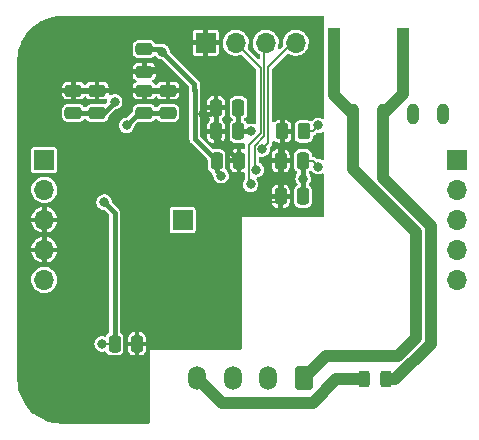
<source format=gbr>
G04 #@! TF.GenerationSoftware,KiCad,Pcbnew,(6.0.7)*
G04 #@! TF.CreationDate,2022-11-19T14:13:10-06:00*
G04 #@! TF.ProjectId,BPS-Amperes,4250532d-416d-4706-9572-65732e6b6963,rev?*
G04 #@! TF.SameCoordinates,Original*
G04 #@! TF.FileFunction,Copper,L2,Bot*
G04 #@! TF.FilePolarity,Positive*
%FSLAX46Y46*%
G04 Gerber Fmt 4.6, Leading zero omitted, Abs format (unit mm)*
G04 Created by KiCad (PCBNEW (6.0.7)) date 2022-11-19 14:13:10*
%MOMM*%
%LPD*%
G01*
G04 APERTURE LIST*
G04 Aperture macros list*
%AMRoundRect*
0 Rectangle with rounded corners*
0 $1 Rounding radius*
0 $2 $3 $4 $5 $6 $7 $8 $9 X,Y pos of 4 corners*
0 Add a 4 corners polygon primitive as box body*
4,1,4,$2,$3,$4,$5,$6,$7,$8,$9,$2,$3,0*
0 Add four circle primitives for the rounded corners*
1,1,$1+$1,$2,$3*
1,1,$1+$1,$4,$5*
1,1,$1+$1,$6,$7*
1,1,$1+$1,$8,$9*
0 Add four rect primitives between the rounded corners*
20,1,$1+$1,$2,$3,$4,$5,0*
20,1,$1+$1,$4,$5,$6,$7,0*
20,1,$1+$1,$6,$7,$8,$9,0*
20,1,$1+$1,$8,$9,$2,$3,0*%
G04 Aperture macros list end*
G04 #@! TA.AperFunction,ComponentPad*
%ADD10RoundRect,0.250001X0.499999X0.759999X-0.499999X0.759999X-0.499999X-0.759999X0.499999X-0.759999X0*%
G04 #@! TD*
G04 #@! TA.AperFunction,ComponentPad*
%ADD11O,1.500000X2.020000*%
G04 #@! TD*
G04 #@! TA.AperFunction,ComponentPad*
%ADD12O,1.000000X1.800000*%
G04 #@! TD*
G04 #@! TA.AperFunction,ComponentPad*
%ADD13R,1.700000X1.700000*%
G04 #@! TD*
G04 #@! TA.AperFunction,ComponentPad*
%ADD14O,1.700000X1.700000*%
G04 #@! TD*
G04 #@! TA.AperFunction,SMDPad,CuDef*
%ADD15RoundRect,0.250000X0.250000X0.475000X-0.250000X0.475000X-0.250000X-0.475000X0.250000X-0.475000X0*%
G04 #@! TD*
G04 #@! TA.AperFunction,SMDPad,CuDef*
%ADD16R,1.016000X5.410200*%
G04 #@! TD*
G04 #@! TA.AperFunction,SMDPad,CuDef*
%ADD17RoundRect,0.250000X-0.262500X-0.450000X0.262500X-0.450000X0.262500X0.450000X-0.262500X0.450000X0*%
G04 #@! TD*
G04 #@! TA.AperFunction,SMDPad,CuDef*
%ADD18RoundRect,0.250000X0.475000X-0.250000X0.475000X0.250000X-0.475000X0.250000X-0.475000X-0.250000X0*%
G04 #@! TD*
G04 #@! TA.AperFunction,SMDPad,CuDef*
%ADD19RoundRect,0.243750X0.243750X0.456250X-0.243750X0.456250X-0.243750X-0.456250X0.243750X-0.456250X0*%
G04 #@! TD*
G04 #@! TA.AperFunction,SMDPad,CuDef*
%ADD20RoundRect,0.250000X-0.250000X-0.475000X0.250000X-0.475000X0.250000X0.475000X-0.250000X0.475000X0*%
G04 #@! TD*
G04 #@! TA.AperFunction,SMDPad,CuDef*
%ADD21RoundRect,0.250000X-0.475000X0.250000X-0.475000X-0.250000X0.475000X-0.250000X0.475000X0.250000X0*%
G04 #@! TD*
G04 #@! TA.AperFunction,ViaPad*
%ADD22C,0.800000*%
G04 #@! TD*
G04 #@! TA.AperFunction,Conductor*
%ADD23C,1.000000*%
G04 #@! TD*
G04 #@! TA.AperFunction,Conductor*
%ADD24C,0.400000*%
G04 #@! TD*
G04 #@! TA.AperFunction,Conductor*
%ADD25C,0.200000*%
G04 #@! TD*
G04 APERTURE END LIST*
D10*
X139500000Y-125915000D03*
D11*
X136500000Y-125915000D03*
X133500000Y-125915000D03*
X130500000Y-125915000D03*
D12*
X143690000Y-103500000D03*
X146230000Y-103500000D03*
X148770000Y-103500000D03*
X151310000Y-103500000D03*
D13*
X131200000Y-97500000D03*
D14*
X133740000Y-97500000D03*
X136280000Y-97500000D03*
X138820000Y-97500000D03*
D13*
X129250000Y-112500000D03*
D15*
X133975000Y-105000000D03*
X132075000Y-105000000D03*
X139450000Y-107500000D03*
X137550000Y-107500000D03*
D16*
X147921000Y-99000000D03*
X142079000Y-99000000D03*
D17*
X137675000Y-105000000D03*
X139500000Y-105000000D03*
D18*
X126000000Y-103450000D03*
X126000000Y-101550000D03*
D15*
X139450000Y-110500000D03*
X137550000Y-110500000D03*
D19*
X146437500Y-126000000D03*
X144562500Y-126000000D03*
D20*
X123482500Y-123000000D03*
X125382500Y-123000000D03*
D15*
X134025000Y-107500000D03*
X132125000Y-107500000D03*
X133975000Y-103000000D03*
X132075000Y-103000000D03*
D13*
X117525000Y-107420000D03*
D14*
X117525000Y-109960000D03*
X117525000Y-112500000D03*
X117525000Y-115040000D03*
X117525000Y-117580000D03*
D18*
X128000000Y-103450000D03*
X128000000Y-101550000D03*
X120000000Y-103450000D03*
X120000000Y-101550000D03*
D21*
X126000000Y-98050000D03*
X126000000Y-99950000D03*
D13*
X152500000Y-107425000D03*
D14*
X152500000Y-109965000D03*
X152500000Y-112505000D03*
X152500000Y-115045000D03*
X152500000Y-117585000D03*
D18*
X122000000Y-103450000D03*
X122000000Y-101550000D03*
D22*
X149000000Y-120750000D03*
X150250000Y-120750000D03*
X121000000Y-129000000D03*
X121000000Y-96000000D03*
X133500000Y-116500000D03*
X119500000Y-96000000D03*
X125500000Y-129000000D03*
X133500000Y-122500000D03*
X134500000Y-101000000D03*
X133500000Y-119500000D03*
X133500000Y-118000000D03*
X119500000Y-124000000D03*
X116000000Y-126000000D03*
X116000000Y-124500000D03*
X116500000Y-97500000D03*
X133000000Y-111000000D03*
X119500000Y-129000000D03*
X124000000Y-129000000D03*
X116000000Y-123000000D03*
X127500000Y-99750000D03*
X118000000Y-96500000D03*
X138000000Y-101000000D03*
X133500000Y-113500000D03*
X122500000Y-129000000D03*
X131000000Y-103500000D03*
X118000000Y-128500000D03*
X122500000Y-96000000D03*
X138250000Y-109000000D03*
X118500000Y-102500000D03*
X116000000Y-120000000D03*
X124000000Y-96000000D03*
X128650000Y-119000000D03*
X126500000Y-111500000D03*
X133500000Y-121000000D03*
X133500000Y-115000000D03*
X116500000Y-127500000D03*
X121000000Y-111500000D03*
X116000000Y-100500000D03*
X126500000Y-123000000D03*
X116000000Y-121500000D03*
X136000000Y-111000000D03*
X116000000Y-99000000D03*
X124500000Y-106000000D03*
X139450000Y-109000000D03*
X140750000Y-108000000D03*
X132500000Y-108750000D03*
X127500000Y-98250000D03*
X140750000Y-104500000D03*
X135500000Y-108250000D03*
X136000000Y-106500000D03*
X135000000Y-109500000D03*
X122432500Y-123000000D03*
X135075000Y-105000000D03*
X122600000Y-111000000D03*
X123500000Y-102500000D03*
X124500000Y-104500000D03*
D23*
X142079000Y-101889000D02*
X142079000Y-99000000D01*
X141415000Y-124000000D02*
X147500000Y-124000000D01*
X149000000Y-113500000D02*
X143690000Y-108190000D01*
X147500000Y-124000000D02*
X149000000Y-122500000D01*
X149000000Y-120750000D02*
X149000000Y-113500000D01*
X149000000Y-122500000D02*
X149000000Y-120750000D01*
X143690000Y-108190000D02*
X143690000Y-103500000D01*
X139500000Y-125915000D02*
X141415000Y-124000000D01*
X143690000Y-103500000D02*
X142079000Y-101889000D01*
X150250000Y-113000000D02*
X146230000Y-108980000D01*
X146230000Y-103500000D02*
X147921000Y-101809000D01*
X146230000Y-108980000D02*
X146230000Y-103500000D01*
X147250000Y-126000000D02*
X150250000Y-123000000D01*
X147921000Y-101809000D02*
X147921000Y-99000000D01*
X150250000Y-120750000D02*
X150250000Y-113000000D01*
X146437500Y-126000000D02*
X147250000Y-126000000D01*
X150250000Y-123000000D02*
X150250000Y-120750000D01*
D24*
X132075000Y-105550000D02*
X134025000Y-107500000D01*
X137675000Y-105000000D02*
X137675000Y-107375000D01*
X131000000Y-103500000D02*
X131575000Y-103500000D01*
X132075000Y-103000000D02*
X132075000Y-105000000D01*
D25*
X126500000Y-123000000D02*
X125382500Y-123000000D01*
X137600000Y-109000000D02*
X137550000Y-108950000D01*
X138250000Y-109000000D02*
X137600000Y-109000000D01*
D24*
X137675000Y-107375000D02*
X137550000Y-107500000D01*
D25*
X136000000Y-111000000D02*
X137050000Y-111000000D01*
X137050000Y-111000000D02*
X137550000Y-110500000D01*
D24*
X137550000Y-107500000D02*
X137550000Y-108950000D01*
X120000000Y-101550000D02*
X122000000Y-101550000D01*
X132075000Y-105000000D02*
X132075000Y-105550000D01*
X127500000Y-99750000D02*
X126200000Y-99750000D01*
X137550000Y-108950000D02*
X137550000Y-110500000D01*
X128000000Y-101550000D02*
X126000000Y-101550000D01*
X131575000Y-103500000D02*
X132075000Y-103000000D01*
X126200000Y-99750000D02*
X126000000Y-99950000D01*
X139450000Y-109000000D02*
X139450000Y-110500000D01*
X132125000Y-107500000D02*
X130273000Y-105648000D01*
X132125000Y-108375000D02*
X132125000Y-107500000D01*
X130250000Y-101500000D02*
X130250000Y-101000000D01*
X130273000Y-101523000D02*
X130250000Y-101500000D01*
D25*
X140250000Y-107500000D02*
X139450000Y-107500000D01*
D24*
X139450000Y-107500000D02*
X139450000Y-109000000D01*
X132500000Y-108750000D02*
X132125000Y-108375000D01*
X130273000Y-105648000D02*
X130273000Y-101523000D01*
X127500000Y-98250000D02*
X127300000Y-98050000D01*
D25*
X140750000Y-108000000D02*
X140250000Y-107500000D01*
D24*
X130250000Y-101000000D02*
X127500000Y-98250000D01*
X127300000Y-98050000D02*
X126000000Y-98050000D01*
D25*
X140250000Y-105000000D02*
X139500000Y-105000000D01*
X140750000Y-104500000D02*
X140250000Y-105000000D01*
X135373000Y-106240288D02*
X136173000Y-105440288D01*
X135500000Y-108250000D02*
X135373000Y-108123000D01*
X136173000Y-105440288D02*
X136173000Y-97607000D01*
X135373000Y-108123000D02*
X135373000Y-106240288D01*
X136173000Y-97607000D02*
X136280000Y-97500000D01*
X138535000Y-97500000D02*
X138820000Y-97500000D01*
X136500000Y-99535000D02*
X138535000Y-97500000D01*
X136000000Y-106500000D02*
X136500000Y-106000000D01*
X136500000Y-106000000D02*
X136500000Y-99535000D01*
X135000000Y-109500000D02*
X134873000Y-109373000D01*
X135846000Y-99606000D02*
X133740000Y-97500000D01*
X134873000Y-109373000D02*
X134873000Y-106127000D01*
X134873000Y-106127000D02*
X135846000Y-105154000D01*
X135846000Y-105154000D02*
X135846000Y-99606000D01*
D24*
X123482500Y-111882500D02*
X122600000Y-111000000D01*
D25*
X122432500Y-123000000D02*
X123482500Y-123000000D01*
D24*
X123482500Y-123000000D02*
X123482500Y-111882500D01*
X133975000Y-103000000D02*
X133975000Y-105000000D01*
X122000000Y-103450000D02*
X122550000Y-103450000D01*
X120000000Y-103450000D02*
X122000000Y-103450000D01*
X122550000Y-103450000D02*
X123500000Y-102500000D01*
X135075000Y-105000000D02*
X133975000Y-105000000D01*
X126000000Y-103450000D02*
X128000000Y-103450000D01*
X124500000Y-104500000D02*
X125550000Y-103450000D01*
X125550000Y-103450000D02*
X126000000Y-103450000D01*
D23*
X140250000Y-128000000D02*
X142250000Y-126000000D01*
X130500000Y-125915000D02*
X132585000Y-128000000D01*
X132585000Y-128000000D02*
X140250000Y-128000000D01*
X142250000Y-126000000D02*
X144562500Y-126000000D01*
G04 #@! TA.AperFunction,Conductor*
G36*
X141193039Y-95270185D02*
G01*
X141238794Y-95322989D01*
X141250000Y-95374500D01*
X141250000Y-103822681D01*
X141230315Y-103889720D01*
X141177511Y-103935475D01*
X141108353Y-103945419D01*
X141067977Y-103932268D01*
X140991443Y-103891745D01*
X140991437Y-103891743D01*
X140984831Y-103888245D01*
X140832128Y-103849889D01*
X140750329Y-103849461D01*
X140682158Y-103849104D01*
X140682157Y-103849104D01*
X140674684Y-103849065D01*
X140667421Y-103850809D01*
X140667418Y-103850809D01*
X140598136Y-103867443D01*
X140521588Y-103885820D01*
X140381679Y-103958032D01*
X140376048Y-103962945D01*
X140376047Y-103962945D01*
X140363863Y-103973574D01*
X140263034Y-104061533D01*
X140226946Y-104112880D01*
X140172295Y-104156409D01*
X140102784Y-104163481D01*
X140051131Y-104140804D01*
X140012395Y-104111773D01*
X140012390Y-104111770D01*
X140005324Y-104106474D01*
X139988135Y-104100030D01*
X139965732Y-104091632D01*
X139871080Y-104056149D01*
X139809877Y-104049500D01*
X139500047Y-104049500D01*
X139190124Y-104049501D01*
X139128920Y-104056149D01*
X139028356Y-104093848D01*
X139011866Y-104100030D01*
X138994676Y-104106474D01*
X138987611Y-104111769D01*
X138987609Y-104111770D01*
X138887019Y-104187159D01*
X138879954Y-104192454D01*
X138874659Y-104199519D01*
X138806509Y-104290451D01*
X138793974Y-104307176D01*
X138743649Y-104441420D01*
X138737000Y-104502623D01*
X138737001Y-105497376D01*
X138743649Y-105558580D01*
X138793974Y-105692824D01*
X138799269Y-105699889D01*
X138799270Y-105699891D01*
X138870206Y-105794540D01*
X138879954Y-105807546D01*
X138887019Y-105812841D01*
X138987609Y-105888230D01*
X138987611Y-105888231D01*
X138994676Y-105893526D01*
X139002944Y-105896626D01*
X139002945Y-105896626D01*
X139026489Y-105905452D01*
X139128920Y-105943851D01*
X139190123Y-105950500D01*
X139499953Y-105950500D01*
X139809876Y-105950499D01*
X139871080Y-105943851D01*
X139973511Y-105905452D01*
X139997055Y-105896626D01*
X139997056Y-105896626D01*
X140005324Y-105893526D01*
X140012389Y-105888231D01*
X140012391Y-105888230D01*
X140112981Y-105812841D01*
X140120046Y-105807546D01*
X140129794Y-105794540D01*
X140200730Y-105699891D01*
X140200731Y-105699889D01*
X140206026Y-105692824D01*
X140256351Y-105558580D01*
X140263000Y-105497377D01*
X140263000Y-105457978D01*
X140282685Y-105390939D01*
X140335489Y-105345184D01*
X140343820Y-105341865D01*
X140349138Y-105341236D01*
X140356758Y-105337577D01*
X140365103Y-105336188D01*
X140374118Y-105331324D01*
X140374123Y-105331322D01*
X140406623Y-105313785D01*
X140411784Y-105311155D01*
X140454326Y-105290726D01*
X140458274Y-105287408D01*
X140460180Y-105285502D01*
X140461811Y-105284006D01*
X140462220Y-105283786D01*
X140462256Y-105283825D01*
X140462428Y-105283674D01*
X140467794Y-105280778D01*
X140501493Y-105244323D01*
X140504868Y-105240814D01*
X140561522Y-105184160D01*
X140622845Y-105150675D01*
X140660963Y-105149187D01*
X140661069Y-105149215D01*
X140745715Y-105150545D01*
X140811025Y-105151571D01*
X140811028Y-105151571D01*
X140818495Y-105151688D01*
X140825776Y-105150020D01*
X140825780Y-105150020D01*
X140964681Y-105118207D01*
X140971968Y-105116538D01*
X141070284Y-105067090D01*
X141139021Y-105054554D01*
X141203622Y-105081169D01*
X141243580Y-105138485D01*
X141250000Y-105177868D01*
X141250000Y-107322681D01*
X141230315Y-107389720D01*
X141177511Y-107435475D01*
X141108353Y-107445419D01*
X141067977Y-107432268D01*
X140991443Y-107391745D01*
X140991437Y-107391743D01*
X140984831Y-107388245D01*
X140832128Y-107349889D01*
X140760089Y-107349512D01*
X140682165Y-107349104D01*
X140682164Y-107349104D01*
X140674684Y-107349065D01*
X140667413Y-107350811D01*
X140663391Y-107351276D01*
X140594533Y-107339425D01*
X140561460Y-107315778D01*
X140533631Y-107287949D01*
X140521154Y-107272500D01*
X140518381Y-107269452D01*
X140512825Y-107260848D01*
X140488824Y-107241927D01*
X140484856Y-107238401D01*
X140484775Y-107238497D01*
X140480873Y-107235191D01*
X140477254Y-107231572D01*
X140462886Y-107221304D01*
X140458245Y-107217821D01*
X140421189Y-107188608D01*
X140413213Y-107185807D01*
X140406331Y-107180889D01*
X140396517Y-107177954D01*
X140396515Y-107177953D01*
X140361156Y-107167379D01*
X140355597Y-107165573D01*
X140318454Y-107152529D01*
X140318449Y-107152528D01*
X140311094Y-107149945D01*
X140305956Y-107149500D01*
X140304386Y-107149500D01*
X140298399Y-107148211D01*
X140237004Y-107114857D01*
X140203389Y-107053605D01*
X140200499Y-107026989D01*
X140200499Y-106977624D01*
X140193851Y-106916420D01*
X140143526Y-106782176D01*
X140057546Y-106667454D01*
X140050481Y-106662159D01*
X139949891Y-106586770D01*
X139949889Y-106586769D01*
X139942824Y-106581474D01*
X139808580Y-106531149D01*
X139747377Y-106524500D01*
X139450045Y-106524500D01*
X139152624Y-106524501D01*
X139091420Y-106531149D01*
X138957176Y-106581474D01*
X138950111Y-106586769D01*
X138950109Y-106586770D01*
X138849519Y-106662159D01*
X138842454Y-106667454D01*
X138756474Y-106782176D01*
X138706149Y-106916420D01*
X138699500Y-106977623D01*
X138699501Y-108022376D01*
X138706149Y-108083580D01*
X138756474Y-108217824D01*
X138761769Y-108224889D01*
X138761770Y-108224891D01*
X138793887Y-108267744D01*
X138842454Y-108332546D01*
X138849519Y-108337841D01*
X138930605Y-108398612D01*
X138972445Y-108454569D01*
X138977390Y-108524264D01*
X138957690Y-108569137D01*
X138872501Y-108690348D01*
X138815309Y-108837039D01*
X138794758Y-108993138D01*
X138795578Y-109000566D01*
X138795578Y-109000568D01*
X138802309Y-109061533D01*
X138812035Y-109149633D01*
X138814601Y-109156645D01*
X138814602Y-109156649D01*
X138839625Y-109225026D01*
X138866143Y-109297490D01*
X138907652Y-109359262D01*
X138953958Y-109428172D01*
X138952811Y-109428943D01*
X138978382Y-109485218D01*
X138968307Y-109554358D01*
X138929977Y-109601857D01*
X138849523Y-109662155D01*
X138849519Y-109662159D01*
X138842454Y-109667454D01*
X138837159Y-109674519D01*
X138769906Y-109764254D01*
X138756474Y-109782176D01*
X138706149Y-109916420D01*
X138699500Y-109977623D01*
X138699501Y-111022376D01*
X138706149Y-111083580D01*
X138756474Y-111217824D01*
X138842454Y-111332546D01*
X138849519Y-111337841D01*
X138950109Y-111413230D01*
X138950111Y-111413231D01*
X138957176Y-111418526D01*
X138965444Y-111421626D01*
X138965445Y-111421626D01*
X138996768Y-111433368D01*
X139091420Y-111468851D01*
X139152623Y-111475500D01*
X139449955Y-111475500D01*
X139747376Y-111475499D01*
X139808580Y-111468851D01*
X139917093Y-111428172D01*
X139934555Y-111421626D01*
X139934556Y-111421626D01*
X139942824Y-111418526D01*
X139949889Y-111413231D01*
X139949891Y-111413230D01*
X140050481Y-111337841D01*
X140057546Y-111332546D01*
X140143526Y-111217824D01*
X140193851Y-111083580D01*
X140200500Y-111022377D01*
X140200499Y-109977624D01*
X140193851Y-109916420D01*
X140143526Y-109782176D01*
X140130095Y-109764254D01*
X140062841Y-109674519D01*
X140057546Y-109667454D01*
X140050481Y-109662159D01*
X140050478Y-109662156D01*
X139968848Y-109600978D01*
X139927007Y-109545021D01*
X139922061Y-109475327D01*
X139942515Y-109429393D01*
X139964200Y-109399215D01*
X140024224Y-109315683D01*
X140082950Y-109169598D01*
X140084793Y-109156649D01*
X140104562Y-109017744D01*
X140104562Y-109017740D01*
X140105134Y-109013723D01*
X140105278Y-109000000D01*
X140102650Y-108978280D01*
X140087262Y-108851119D01*
X140087261Y-108851115D01*
X140086363Y-108843694D01*
X140056145Y-108763723D01*
X140033354Y-108703408D01*
X140033352Y-108703405D01*
X140030710Y-108696412D01*
X139999972Y-108651688D01*
X139942187Y-108567611D01*
X139920437Y-108501212D01*
X139938038Y-108433596D01*
X139970012Y-108398151D01*
X140040966Y-108344973D01*
X140106416Y-108320519D01*
X140174697Y-108335332D01*
X140218252Y-108375036D01*
X140253958Y-108428172D01*
X140305421Y-108475000D01*
X140364878Y-108529102D01*
X140364882Y-108529105D01*
X140370410Y-108534135D01*
X140376980Y-108537702D01*
X140376981Y-108537703D01*
X140502208Y-108605696D01*
X140508776Y-108609262D01*
X140580362Y-108628042D01*
X140653841Y-108647319D01*
X140653843Y-108647319D01*
X140661069Y-108649215D01*
X140738127Y-108650425D01*
X140811025Y-108651571D01*
X140811028Y-108651571D01*
X140818495Y-108651688D01*
X140825776Y-108650020D01*
X140825780Y-108650020D01*
X140964681Y-108618207D01*
X140971968Y-108616538D01*
X141048302Y-108578146D01*
X141070285Y-108567090D01*
X141139021Y-108554554D01*
X141203622Y-108581169D01*
X141243580Y-108638485D01*
X141250000Y-108677868D01*
X141250000Y-112126000D01*
X141230315Y-112193039D01*
X141177511Y-112238794D01*
X141126000Y-112250000D01*
X134250000Y-112250000D01*
X134250000Y-123376000D01*
X134230315Y-123443039D01*
X134177511Y-123488794D01*
X134126000Y-123500000D01*
X126500000Y-123500000D01*
X126500000Y-129625500D01*
X126480315Y-129692539D01*
X126427511Y-129738294D01*
X126376000Y-129749500D01*
X119036885Y-129749500D01*
X119012694Y-129747117D01*
X119011980Y-129746975D01*
X119000000Y-129744592D01*
X118988020Y-129746975D01*
X118975815Y-129746975D01*
X118964942Y-129747778D01*
X118638563Y-129731744D01*
X118626460Y-129730551D01*
X118274525Y-129678346D01*
X118262606Y-129675975D01*
X117917479Y-129589526D01*
X117905846Y-129585997D01*
X117675963Y-129503743D01*
X117570872Y-129466141D01*
X117559630Y-129461485D01*
X117238000Y-129309366D01*
X117227268Y-129303629D01*
X116922118Y-129120729D01*
X116912000Y-129113969D01*
X116626230Y-128902028D01*
X116616824Y-128894308D01*
X116353217Y-128655388D01*
X116344612Y-128646783D01*
X116105692Y-128383176D01*
X116097972Y-128373770D01*
X115886031Y-128088000D01*
X115879271Y-128077882D01*
X115696371Y-127772732D01*
X115690634Y-127762000D01*
X115538515Y-127440370D01*
X115533859Y-127429128D01*
X115469587Y-127249500D01*
X115414003Y-127094154D01*
X115410473Y-127082518D01*
X115335163Y-126781862D01*
X115324025Y-126737394D01*
X115321652Y-126725467D01*
X115321194Y-126722376D01*
X115269449Y-126373540D01*
X115268256Y-126361433D01*
X115252222Y-126035058D01*
X115253025Y-126024185D01*
X115253025Y-126011980D01*
X115255408Y-126000000D01*
X115252883Y-125987306D01*
X115250500Y-125963115D01*
X115250500Y-122993138D01*
X121777258Y-122993138D01*
X121794535Y-123149633D01*
X121797101Y-123156645D01*
X121797102Y-123156649D01*
X121826706Y-123237544D01*
X121848643Y-123297490D01*
X121936458Y-123428172D01*
X121952797Y-123443039D01*
X122047378Y-123529102D01*
X122047382Y-123529105D01*
X122052910Y-123534135D01*
X122059480Y-123537702D01*
X122059481Y-123537703D01*
X122184708Y-123605696D01*
X122191276Y-123609262D01*
X122293531Y-123636088D01*
X122336341Y-123647319D01*
X122336343Y-123647319D01*
X122343569Y-123649215D01*
X122420627Y-123650425D01*
X122493525Y-123651571D01*
X122493528Y-123651571D01*
X122500995Y-123651688D01*
X122508276Y-123650020D01*
X122508280Y-123650020D01*
X122637649Y-123620390D01*
X122707391Y-123624611D01*
X122763780Y-123665867D01*
X122781441Y-123697731D01*
X122785873Y-123709553D01*
X122788974Y-123717824D01*
X122874954Y-123832546D01*
X122882019Y-123837841D01*
X122982609Y-123913230D01*
X122982611Y-123913231D01*
X122989676Y-123918526D01*
X123123920Y-123968851D01*
X123185123Y-123975500D01*
X123482455Y-123975500D01*
X123779876Y-123975499D01*
X123841080Y-123968851D01*
X123975324Y-123918526D01*
X123982389Y-123913231D01*
X123982391Y-123913230D01*
X124082981Y-123837841D01*
X124090046Y-123832546D01*
X124176026Y-123717824D01*
X124226351Y-123583580D01*
X124233000Y-123522377D01*
X124233000Y-123518972D01*
X124632500Y-123518972D01*
X124632863Y-123525669D01*
X124638303Y-123575744D01*
X124641871Y-123590753D01*
X124686317Y-123709311D01*
X124694712Y-123724646D01*
X124770016Y-123825124D01*
X124782376Y-123837484D01*
X124882854Y-123912788D01*
X124898189Y-123921183D01*
X125016747Y-123965629D01*
X125031756Y-123969197D01*
X125081831Y-123974637D01*
X125088528Y-123975000D01*
X125164670Y-123975000D01*
X125179669Y-123970596D01*
X125180856Y-123969226D01*
X125182500Y-123961668D01*
X125182500Y-123957170D01*
X125582500Y-123957170D01*
X125586904Y-123972169D01*
X125588274Y-123973356D01*
X125595832Y-123975000D01*
X125676472Y-123975000D01*
X125683169Y-123974637D01*
X125733244Y-123969197D01*
X125748253Y-123965629D01*
X125866811Y-123921183D01*
X125882146Y-123912788D01*
X125982624Y-123837484D01*
X125994984Y-123825124D01*
X126070288Y-123724646D01*
X126078683Y-123709311D01*
X126123129Y-123590753D01*
X126126697Y-123575744D01*
X126132137Y-123525669D01*
X126132500Y-123518972D01*
X126132500Y-123217830D01*
X126128096Y-123202831D01*
X126126726Y-123201644D01*
X126119168Y-123200000D01*
X125600330Y-123200000D01*
X125585331Y-123204404D01*
X125584144Y-123205774D01*
X125582500Y-123213332D01*
X125582500Y-123957170D01*
X125182500Y-123957170D01*
X125182500Y-123217830D01*
X125178096Y-123202831D01*
X125176726Y-123201644D01*
X125169168Y-123200000D01*
X124650330Y-123200000D01*
X124635331Y-123204404D01*
X124634144Y-123205774D01*
X124632500Y-123213332D01*
X124632500Y-123518972D01*
X124233000Y-123518972D01*
X124232999Y-122782170D01*
X124632500Y-122782170D01*
X124636904Y-122797169D01*
X124638274Y-122798356D01*
X124645832Y-122800000D01*
X125164670Y-122800000D01*
X125179669Y-122795596D01*
X125180856Y-122794226D01*
X125182500Y-122786668D01*
X125182500Y-122782170D01*
X125582500Y-122782170D01*
X125586904Y-122797169D01*
X125588274Y-122798356D01*
X125595832Y-122800000D01*
X126114670Y-122800000D01*
X126129669Y-122795596D01*
X126130856Y-122794226D01*
X126132500Y-122786668D01*
X126132500Y-122481028D01*
X126132137Y-122474331D01*
X126126697Y-122424256D01*
X126123129Y-122409247D01*
X126078683Y-122290689D01*
X126070288Y-122275354D01*
X125994984Y-122174876D01*
X125982624Y-122162516D01*
X125882146Y-122087212D01*
X125866811Y-122078817D01*
X125748253Y-122034371D01*
X125733244Y-122030803D01*
X125683169Y-122025363D01*
X125676472Y-122025000D01*
X125600330Y-122025000D01*
X125585331Y-122029404D01*
X125584144Y-122030774D01*
X125582500Y-122038332D01*
X125582500Y-122782170D01*
X125182500Y-122782170D01*
X125182500Y-122042830D01*
X125178096Y-122027831D01*
X125176726Y-122026644D01*
X125169168Y-122025000D01*
X125088528Y-122025000D01*
X125081831Y-122025363D01*
X125031756Y-122030803D01*
X125016747Y-122034371D01*
X124898189Y-122078817D01*
X124882854Y-122087212D01*
X124782376Y-122162516D01*
X124770016Y-122174876D01*
X124694712Y-122275354D01*
X124686317Y-122290689D01*
X124641871Y-122409247D01*
X124638303Y-122424256D01*
X124632863Y-122474331D01*
X124632500Y-122481028D01*
X124632500Y-122782170D01*
X124232999Y-122782170D01*
X124232999Y-122477624D01*
X124226351Y-122416420D01*
X124176026Y-122282176D01*
X124090046Y-122167454D01*
X123982633Y-122086952D01*
X123940794Y-122030996D01*
X123933000Y-121987727D01*
X123933000Y-113374674D01*
X128149500Y-113374674D01*
X128164034Y-113447740D01*
X128219399Y-113530601D01*
X128302260Y-113585966D01*
X128336313Y-113592740D01*
X128369347Y-113599311D01*
X128369350Y-113599311D01*
X128375326Y-113600500D01*
X130124674Y-113600500D01*
X130130650Y-113599311D01*
X130130653Y-113599311D01*
X130163687Y-113592740D01*
X130197740Y-113585966D01*
X130280601Y-113530601D01*
X130335966Y-113447740D01*
X130350500Y-113374674D01*
X130350500Y-111625326D01*
X130335966Y-111552260D01*
X130280601Y-111469399D01*
X130197740Y-111414034D01*
X130163687Y-111407260D01*
X130130653Y-111400689D01*
X130130650Y-111400689D01*
X130124674Y-111399500D01*
X128375326Y-111399500D01*
X128369350Y-111400689D01*
X128369347Y-111400689D01*
X128336313Y-111407260D01*
X128302260Y-111414034D01*
X128219399Y-111469399D01*
X128164034Y-111552260D01*
X128149500Y-111625326D01*
X128149500Y-113374674D01*
X123933000Y-113374674D01*
X123933000Y-111916602D01*
X123933859Y-111902028D01*
X123936775Y-111877394D01*
X123936775Y-111877391D01*
X123937864Y-111868189D01*
X123927321Y-111810461D01*
X123926681Y-111806619D01*
X123919327Y-111757702D01*
X123919326Y-111757700D01*
X123917949Y-111748538D01*
X123914822Y-111742025D01*
X123913525Y-111734926D01*
X123886467Y-111682836D01*
X123884727Y-111679353D01*
X123863320Y-111634774D01*
X123859309Y-111626421D01*
X123854481Y-111621198D01*
X123854340Y-111620988D01*
X123851079Y-111614711D01*
X123846775Y-111609672D01*
X123809506Y-111572403D01*
X123806131Y-111568893D01*
X123773647Y-111533751D01*
X123773644Y-111533749D01*
X123767354Y-111526944D01*
X123761016Y-111523263D01*
X123754775Y-111517672D01*
X123288057Y-111050954D01*
X123270593Y-111018972D01*
X136800000Y-111018972D01*
X136800363Y-111025669D01*
X136805803Y-111075744D01*
X136809371Y-111090753D01*
X136853817Y-111209311D01*
X136862212Y-111224646D01*
X136937516Y-111325124D01*
X136949876Y-111337484D01*
X137050354Y-111412788D01*
X137065689Y-111421183D01*
X137184247Y-111465629D01*
X137199256Y-111469197D01*
X137249331Y-111474637D01*
X137256028Y-111475000D01*
X137332170Y-111475000D01*
X137347169Y-111470596D01*
X137348356Y-111469226D01*
X137350000Y-111461668D01*
X137350000Y-111457170D01*
X137750000Y-111457170D01*
X137754404Y-111472169D01*
X137755774Y-111473356D01*
X137763332Y-111475000D01*
X137843972Y-111475000D01*
X137850669Y-111474637D01*
X137900744Y-111469197D01*
X137915753Y-111465629D01*
X138034311Y-111421183D01*
X138049646Y-111412788D01*
X138150124Y-111337484D01*
X138162484Y-111325124D01*
X138237788Y-111224646D01*
X138246183Y-111209311D01*
X138290629Y-111090753D01*
X138294197Y-111075744D01*
X138299637Y-111025669D01*
X138300000Y-111018972D01*
X138300000Y-110717830D01*
X138295596Y-110702831D01*
X138294226Y-110701644D01*
X138286668Y-110700000D01*
X137767830Y-110700000D01*
X137752831Y-110704404D01*
X137751644Y-110705774D01*
X137750000Y-110713332D01*
X137750000Y-111457170D01*
X137350000Y-111457170D01*
X137350000Y-110717830D01*
X137345596Y-110702831D01*
X137344226Y-110701644D01*
X137336668Y-110700000D01*
X136817830Y-110700000D01*
X136802831Y-110704404D01*
X136801644Y-110705774D01*
X136800000Y-110713332D01*
X136800000Y-111018972D01*
X123270593Y-111018972D01*
X123254572Y-110989631D01*
X123252636Y-110978170D01*
X123237262Y-110851119D01*
X123237261Y-110851115D01*
X123236363Y-110843694D01*
X123196099Y-110737138D01*
X123183354Y-110703408D01*
X123183352Y-110703405D01*
X123180710Y-110696412D01*
X123170629Y-110681744D01*
X123095768Y-110572821D01*
X123095765Y-110572818D01*
X123091531Y-110566657D01*
X122973976Y-110461919D01*
X122834831Y-110388245D01*
X122682128Y-110349889D01*
X122600329Y-110349461D01*
X122532158Y-110349104D01*
X122532157Y-110349104D01*
X122524684Y-110349065D01*
X122517421Y-110350809D01*
X122517418Y-110350809D01*
X122448136Y-110367443D01*
X122371588Y-110385820D01*
X122231679Y-110458032D01*
X122113034Y-110561533D01*
X122022501Y-110690348D01*
X121965309Y-110837039D01*
X121944758Y-110993138D01*
X121945578Y-111000566D01*
X121945578Y-111000568D01*
X121949142Y-111032852D01*
X121962035Y-111149633D01*
X121964601Y-111156645D01*
X121964602Y-111156649D01*
X121994206Y-111237544D01*
X122016143Y-111297490D01*
X122103958Y-111428172D01*
X122155421Y-111475000D01*
X122214878Y-111529102D01*
X122214882Y-111529105D01*
X122220410Y-111534135D01*
X122226980Y-111537702D01*
X122226981Y-111537703D01*
X122347902Y-111603358D01*
X122358776Y-111609262D01*
X122435786Y-111629465D01*
X122503841Y-111647319D01*
X122503843Y-111647319D01*
X122511069Y-111649215D01*
X122557381Y-111649943D01*
X122563507Y-111650039D01*
X122630229Y-111670775D01*
X122649240Y-111686343D01*
X122995681Y-112032784D01*
X123029166Y-112094107D01*
X123032000Y-112120465D01*
X123032000Y-121987727D01*
X123012315Y-122054766D01*
X122982367Y-122086952D01*
X122874954Y-122167454D01*
X122788974Y-122282176D01*
X122785874Y-122290444D01*
X122785874Y-122290445D01*
X122781048Y-122303319D01*
X122739083Y-122359183D01*
X122673578Y-122383491D01*
X122634730Y-122380056D01*
X122521878Y-122351710D01*
X122514628Y-122349889D01*
X122432829Y-122349461D01*
X122364658Y-122349104D01*
X122364657Y-122349104D01*
X122357184Y-122349065D01*
X122349921Y-122350809D01*
X122349918Y-122350809D01*
X122315039Y-122359183D01*
X122204088Y-122385820D01*
X122064179Y-122458032D01*
X122058548Y-122462945D01*
X122058547Y-122462945D01*
X122037818Y-122481028D01*
X121945534Y-122561533D01*
X121855001Y-122690348D01*
X121797809Y-122837039D01*
X121777258Y-122993138D01*
X115250500Y-122993138D01*
X115250500Y-117551069D01*
X116420164Y-117551069D01*
X116420535Y-117556731D01*
X116420535Y-117556735D01*
X116425851Y-117637842D01*
X116433392Y-117752894D01*
X116483178Y-117948928D01*
X116567856Y-118132607D01*
X116684588Y-118297780D01*
X116829466Y-118438913D01*
X116997637Y-118551282D01*
X117183470Y-118631122D01*
X117279502Y-118652852D01*
X117375193Y-118674505D01*
X117375195Y-118674505D01*
X117380740Y-118675760D01*
X117498135Y-118680372D01*
X117577161Y-118683477D01*
X117577163Y-118683477D01*
X117582842Y-118683700D01*
X117588462Y-118682885D01*
X117588465Y-118682885D01*
X117777387Y-118655493D01*
X117777389Y-118655493D01*
X117783007Y-118654678D01*
X117788384Y-118652853D01*
X117788387Y-118652852D01*
X117873090Y-118624099D01*
X117974531Y-118589664D01*
X118151001Y-118490837D01*
X118213433Y-118438913D01*
X118302138Y-118365137D01*
X118306505Y-118361505D01*
X118435837Y-118206001D01*
X118534664Y-118029531D01*
X118599678Y-117838007D01*
X118628700Y-117637842D01*
X118630215Y-117580000D01*
X118611708Y-117378591D01*
X118556807Y-117183926D01*
X118467351Y-117002527D01*
X118346335Y-116840467D01*
X118197812Y-116703174D01*
X118026757Y-116595246D01*
X117838898Y-116520298D01*
X117833317Y-116519188D01*
X117833314Y-116519187D01*
X117765373Y-116505673D01*
X117640526Y-116480839D01*
X117634839Y-116480765D01*
X117634834Y-116480764D01*
X117443975Y-116478266D01*
X117443970Y-116478266D01*
X117438286Y-116478192D01*
X117432682Y-116479155D01*
X117432681Y-116479155D01*
X117244546Y-116511482D01*
X117244543Y-116511483D01*
X117238949Y-116512444D01*
X117217660Y-116520298D01*
X117054521Y-116580483D01*
X117054517Y-116580485D01*
X117049193Y-116582449D01*
X117044310Y-116585354D01*
X117044308Y-116585355D01*
X117027683Y-116595246D01*
X116875371Y-116685862D01*
X116723305Y-116819220D01*
X116598089Y-116978057D01*
X116503914Y-117157053D01*
X116502229Y-117162479D01*
X116502228Y-117162482D01*
X116495570Y-117183926D01*
X116443937Y-117350213D01*
X116420164Y-117551069D01*
X115250500Y-117551069D01*
X115250500Y-115252759D01*
X116444032Y-115252759D01*
X116482255Y-115403260D01*
X116486028Y-115413916D01*
X116565910Y-115587193D01*
X116571574Y-115597002D01*
X116681689Y-115752812D01*
X116689039Y-115761417D01*
X116825709Y-115894555D01*
X116834512Y-115901683D01*
X116993147Y-116007680D01*
X117003105Y-116013087D01*
X117178400Y-116088399D01*
X117189172Y-116091899D01*
X117307609Y-116118699D01*
X117321462Y-116117824D01*
X117325000Y-116108575D01*
X117325000Y-116104754D01*
X117725000Y-116104754D01*
X117728903Y-116118048D01*
X117742680Y-116120020D01*
X117777263Y-116115006D01*
X117788278Y-116112361D01*
X117968937Y-116051036D01*
X117979293Y-116046425D01*
X118145753Y-115953202D01*
X118155090Y-115946785D01*
X118301777Y-115824787D01*
X118309787Y-115816777D01*
X118431785Y-115670090D01*
X118438202Y-115660753D01*
X118531425Y-115494293D01*
X118536036Y-115483937D01*
X118597361Y-115303278D01*
X118600006Y-115292263D01*
X118605026Y-115257643D01*
X118603071Y-115243929D01*
X118589718Y-115240000D01*
X117742830Y-115240000D01*
X117727831Y-115244404D01*
X117726644Y-115245774D01*
X117725000Y-115253332D01*
X117725000Y-116104754D01*
X117325000Y-116104754D01*
X117325000Y-115257830D01*
X117320596Y-115242831D01*
X117319226Y-115241644D01*
X117311668Y-115240000D01*
X116458622Y-115240000D01*
X116445305Y-115243910D01*
X116444032Y-115252759D01*
X115250500Y-115252759D01*
X115250500Y-114822298D01*
X116443010Y-114822298D01*
X116445414Y-114836488D01*
X116457953Y-114840000D01*
X117307170Y-114840000D01*
X117322169Y-114835596D01*
X117323356Y-114834226D01*
X117325000Y-114826668D01*
X117325000Y-114822170D01*
X117725000Y-114822170D01*
X117729404Y-114837169D01*
X117730774Y-114838356D01*
X117738332Y-114840000D01*
X118593505Y-114840000D01*
X118607823Y-114835796D01*
X118608793Y-114830096D01*
X118557884Y-114649587D01*
X118553819Y-114638998D01*
X118469441Y-114467894D01*
X118463517Y-114458228D01*
X118349366Y-114305362D01*
X118341785Y-114296942D01*
X118201683Y-114167432D01*
X118192701Y-114160540D01*
X118031331Y-114058724D01*
X118021253Y-114053589D01*
X117844035Y-113982886D01*
X117833178Y-113979670D01*
X117742488Y-113961631D01*
X117729816Y-113962764D01*
X117725000Y-113977677D01*
X117725000Y-114822170D01*
X117325000Y-114822170D01*
X117325000Y-113975995D01*
X117321254Y-113963237D01*
X117306574Y-113961331D01*
X117244676Y-113971967D01*
X117233753Y-113974894D01*
X117054737Y-114040936D01*
X117044524Y-114045808D01*
X116880557Y-114143358D01*
X116871390Y-114150018D01*
X116727942Y-114275819D01*
X116720152Y-114284028D01*
X116602027Y-114433868D01*
X116595864Y-114443360D01*
X116507025Y-114612214D01*
X116502694Y-114622669D01*
X116446111Y-114804898D01*
X116443761Y-114815952D01*
X116443010Y-114822298D01*
X115250500Y-114822298D01*
X115250500Y-112712759D01*
X116444032Y-112712759D01*
X116482255Y-112863260D01*
X116486028Y-112873916D01*
X116565910Y-113047193D01*
X116571574Y-113057002D01*
X116681689Y-113212812D01*
X116689039Y-113221417D01*
X116825709Y-113354555D01*
X116834512Y-113361683D01*
X116993147Y-113467680D01*
X117003105Y-113473087D01*
X117178400Y-113548399D01*
X117189172Y-113551899D01*
X117307609Y-113578699D01*
X117321462Y-113577824D01*
X117325000Y-113568575D01*
X117325000Y-113564754D01*
X117725000Y-113564754D01*
X117728903Y-113578048D01*
X117742680Y-113580020D01*
X117777263Y-113575006D01*
X117788278Y-113572361D01*
X117968937Y-113511036D01*
X117979293Y-113506425D01*
X118145753Y-113413202D01*
X118155090Y-113406785D01*
X118301777Y-113284787D01*
X118309787Y-113276777D01*
X118431785Y-113130090D01*
X118438202Y-113120753D01*
X118531425Y-112954293D01*
X118536036Y-112943937D01*
X118597361Y-112763278D01*
X118600006Y-112752263D01*
X118605026Y-112717643D01*
X118603071Y-112703929D01*
X118589718Y-112700000D01*
X117742830Y-112700000D01*
X117727831Y-112704404D01*
X117726644Y-112705774D01*
X117725000Y-112713332D01*
X117725000Y-113564754D01*
X117325000Y-113564754D01*
X117325000Y-112717830D01*
X117320596Y-112702831D01*
X117319226Y-112701644D01*
X117311668Y-112700000D01*
X116458622Y-112700000D01*
X116445305Y-112703910D01*
X116444032Y-112712759D01*
X115250500Y-112712759D01*
X115250500Y-112282298D01*
X116443010Y-112282298D01*
X116445414Y-112296488D01*
X116457953Y-112300000D01*
X117307170Y-112300000D01*
X117322169Y-112295596D01*
X117323356Y-112294226D01*
X117325000Y-112286668D01*
X117325000Y-112282170D01*
X117725000Y-112282170D01*
X117729404Y-112297169D01*
X117730774Y-112298356D01*
X117738332Y-112300000D01*
X118593505Y-112300000D01*
X118607823Y-112295796D01*
X118608793Y-112290096D01*
X118557884Y-112109587D01*
X118553819Y-112098998D01*
X118469441Y-111927894D01*
X118463517Y-111918228D01*
X118349366Y-111765362D01*
X118341785Y-111756942D01*
X118201683Y-111627432D01*
X118192701Y-111620540D01*
X118031331Y-111518724D01*
X118021253Y-111513589D01*
X117844035Y-111442886D01*
X117833178Y-111439670D01*
X117742488Y-111421631D01*
X117729816Y-111422764D01*
X117725000Y-111437677D01*
X117725000Y-112282170D01*
X117325000Y-112282170D01*
X117325000Y-111435995D01*
X117321254Y-111423237D01*
X117306574Y-111421331D01*
X117244676Y-111431967D01*
X117233753Y-111434894D01*
X117054737Y-111500936D01*
X117044524Y-111505808D01*
X116880557Y-111603358D01*
X116871390Y-111610018D01*
X116727942Y-111735819D01*
X116720152Y-111744028D01*
X116602027Y-111893868D01*
X116595864Y-111903360D01*
X116507025Y-112072214D01*
X116502694Y-112082669D01*
X116446111Y-112264898D01*
X116443761Y-112275952D01*
X116443010Y-112282298D01*
X115250500Y-112282298D01*
X115250500Y-109931069D01*
X116420164Y-109931069D01*
X116420535Y-109936731D01*
X116420535Y-109936735D01*
X116425851Y-110017842D01*
X116433392Y-110132894D01*
X116483178Y-110328928D01*
X116567856Y-110512607D01*
X116684588Y-110677780D01*
X116829466Y-110818913D01*
X116997637Y-110931282D01*
X117183470Y-111011122D01*
X117233210Y-111022377D01*
X117375193Y-111054505D01*
X117375195Y-111054505D01*
X117380740Y-111055760D01*
X117498135Y-111060372D01*
X117577161Y-111063477D01*
X117577163Y-111063477D01*
X117582842Y-111063700D01*
X117588462Y-111062885D01*
X117588465Y-111062885D01*
X117777387Y-111035493D01*
X117777389Y-111035493D01*
X117783007Y-111034678D01*
X117788384Y-111032853D01*
X117788387Y-111032852D01*
X117883491Y-111000568D01*
X117974531Y-110969664D01*
X118151001Y-110870837D01*
X118191639Y-110837039D01*
X118302138Y-110745137D01*
X118306505Y-110741505D01*
X118341025Y-110700000D01*
X118432206Y-110590367D01*
X118432207Y-110590366D01*
X118435837Y-110586001D01*
X118534664Y-110409531D01*
X118576371Y-110286668D01*
X118577898Y-110282170D01*
X136800000Y-110282170D01*
X136804404Y-110297169D01*
X136805774Y-110298356D01*
X136813332Y-110300000D01*
X137332170Y-110300000D01*
X137347169Y-110295596D01*
X137348356Y-110294226D01*
X137350000Y-110286668D01*
X137350000Y-110282170D01*
X137750000Y-110282170D01*
X137754404Y-110297169D01*
X137755774Y-110298356D01*
X137763332Y-110300000D01*
X138282170Y-110300000D01*
X138297169Y-110295596D01*
X138298356Y-110294226D01*
X138300000Y-110286668D01*
X138300000Y-109981028D01*
X138299637Y-109974331D01*
X138294197Y-109924256D01*
X138290629Y-109909247D01*
X138246183Y-109790689D01*
X138237788Y-109775354D01*
X138162484Y-109674876D01*
X138150124Y-109662516D01*
X138049646Y-109587212D01*
X138034311Y-109578817D01*
X137915753Y-109534371D01*
X137900744Y-109530803D01*
X137850669Y-109525363D01*
X137843972Y-109525000D01*
X137767830Y-109525000D01*
X137752831Y-109529404D01*
X137751644Y-109530774D01*
X137750000Y-109538332D01*
X137750000Y-110282170D01*
X137350000Y-110282170D01*
X137350000Y-109542830D01*
X137345596Y-109527831D01*
X137344226Y-109526644D01*
X137336668Y-109525000D01*
X137256028Y-109525000D01*
X137249331Y-109525363D01*
X137199256Y-109530803D01*
X137184247Y-109534371D01*
X137065689Y-109578817D01*
X137050354Y-109587212D01*
X136949876Y-109662516D01*
X136937516Y-109674876D01*
X136862212Y-109775354D01*
X136853817Y-109790689D01*
X136809371Y-109909247D01*
X136805803Y-109924256D01*
X136800363Y-109974331D01*
X136800000Y-109981028D01*
X136800000Y-110282170D01*
X118577898Y-110282170D01*
X118597852Y-110223387D01*
X118597853Y-110223384D01*
X118599678Y-110218007D01*
X118609311Y-110151571D01*
X118628176Y-110021458D01*
X118628176Y-110021453D01*
X118628700Y-110017842D01*
X118630215Y-109960000D01*
X118611708Y-109758591D01*
X118584257Y-109661258D01*
X118558352Y-109569403D01*
X118558351Y-109569400D01*
X118556807Y-109563926D01*
X118467351Y-109382527D01*
X118346335Y-109220467D01*
X118269707Y-109149633D01*
X118201988Y-109087034D01*
X118201986Y-109087033D01*
X118197812Y-109083174D01*
X118193002Y-109080139D01*
X118031566Y-108978280D01*
X118031564Y-108978279D01*
X118026757Y-108975246D01*
X117838898Y-108900298D01*
X117833317Y-108899188D01*
X117833314Y-108899187D01*
X117763996Y-108885399D01*
X117640526Y-108860839D01*
X117634839Y-108860765D01*
X117634834Y-108860764D01*
X117443975Y-108858266D01*
X117443970Y-108858266D01*
X117438286Y-108858192D01*
X117432682Y-108859155D01*
X117432681Y-108859155D01*
X117244546Y-108891482D01*
X117244543Y-108891483D01*
X117238949Y-108892444D01*
X117217660Y-108900298D01*
X117054521Y-108960483D01*
X117054517Y-108960485D01*
X117049193Y-108962449D01*
X117044310Y-108965354D01*
X117044308Y-108965355D01*
X116887325Y-109058750D01*
X116875371Y-109065862D01*
X116723305Y-109199220D01*
X116598089Y-109358057D01*
X116503914Y-109537053D01*
X116502229Y-109542479D01*
X116502228Y-109542482D01*
X116493869Y-109569403D01*
X116443937Y-109730213D01*
X116420164Y-109931069D01*
X115250500Y-109931069D01*
X115250500Y-108294674D01*
X116424500Y-108294674D01*
X116439034Y-108367740D01*
X116445820Y-108377896D01*
X116478316Y-108426530D01*
X116494399Y-108450601D01*
X116577260Y-108505966D01*
X116593795Y-108509255D01*
X116644347Y-108519311D01*
X116644350Y-108519311D01*
X116650326Y-108520500D01*
X118399674Y-108520500D01*
X118405650Y-108519311D01*
X118405653Y-108519311D01*
X118456205Y-108509255D01*
X118472740Y-108505966D01*
X118555601Y-108450601D01*
X118571685Y-108426530D01*
X118604180Y-108377896D01*
X118610966Y-108367740D01*
X118625500Y-108294674D01*
X118625500Y-106545326D01*
X118623223Y-106533876D01*
X118613349Y-106484241D01*
X118610966Y-106472260D01*
X118555601Y-106389399D01*
X118472740Y-106334034D01*
X118438687Y-106327260D01*
X118405653Y-106320689D01*
X118405650Y-106320689D01*
X118399674Y-106319500D01*
X116650326Y-106319500D01*
X116644350Y-106320689D01*
X116644347Y-106320689D01*
X116611313Y-106327260D01*
X116577260Y-106334034D01*
X116494399Y-106389399D01*
X116439034Y-106472260D01*
X116436651Y-106484241D01*
X116426778Y-106533876D01*
X116424500Y-106545326D01*
X116424500Y-108294674D01*
X115250500Y-108294674D01*
X115250500Y-104493138D01*
X123844758Y-104493138D01*
X123845578Y-104500566D01*
X123845578Y-104500568D01*
X123847465Y-104517657D01*
X123862035Y-104649633D01*
X123864601Y-104656645D01*
X123864602Y-104656649D01*
X123869341Y-104669598D01*
X123916143Y-104797490D01*
X124003958Y-104928172D01*
X124026183Y-104948395D01*
X124114878Y-105029102D01*
X124114882Y-105029105D01*
X124120410Y-105034135D01*
X124258776Y-105109262D01*
X124359892Y-105135789D01*
X124403841Y-105147319D01*
X124403843Y-105147319D01*
X124411069Y-105149215D01*
X124488127Y-105150425D01*
X124561025Y-105151571D01*
X124561028Y-105151571D01*
X124568495Y-105151688D01*
X124575776Y-105150020D01*
X124575780Y-105150020D01*
X124714681Y-105118207D01*
X124721968Y-105116538D01*
X124862625Y-105045795D01*
X124868306Y-105040943D01*
X124868309Y-105040941D01*
X124976666Y-104948395D01*
X124976667Y-104948394D01*
X124982348Y-104943542D01*
X124993393Y-104928172D01*
X125013798Y-104899775D01*
X125074224Y-104815683D01*
X125132950Y-104669598D01*
X125135792Y-104649633D01*
X125154574Y-104517657D01*
X125183508Y-104454060D01*
X125189656Y-104447447D01*
X125400284Y-104236819D01*
X125461607Y-104203334D01*
X125487965Y-104200500D01*
X126266124Y-104200499D01*
X126522376Y-104200499D01*
X126583580Y-104193851D01*
X126717824Y-104143526D01*
X126724889Y-104138231D01*
X126724891Y-104138230D01*
X126825481Y-104062841D01*
X126832546Y-104057546D01*
X126900774Y-103966510D01*
X126956731Y-103924670D01*
X127026426Y-103919725D01*
X127087730Y-103953244D01*
X127099225Y-103966508D01*
X127167454Y-104057546D01*
X127174519Y-104062841D01*
X127275109Y-104138230D01*
X127275111Y-104138231D01*
X127282176Y-104143526D01*
X127416420Y-104193851D01*
X127477623Y-104200500D01*
X127999922Y-104200500D01*
X128522376Y-104200499D01*
X128583580Y-104193851D01*
X128717824Y-104143526D01*
X128724889Y-104138231D01*
X128724891Y-104138230D01*
X128825481Y-104062841D01*
X128832546Y-104057546D01*
X128892641Y-103977362D01*
X128913230Y-103949891D01*
X128913231Y-103949889D01*
X128918526Y-103942824D01*
X128968851Y-103808580D01*
X128975500Y-103747377D01*
X128975499Y-103152624D01*
X128968851Y-103091420D01*
X128918526Y-102957176D01*
X128900775Y-102933490D01*
X128837841Y-102849519D01*
X128832546Y-102842454D01*
X128787575Y-102808750D01*
X128724891Y-102761770D01*
X128724889Y-102761769D01*
X128717824Y-102756474D01*
X128583580Y-102706149D01*
X128522377Y-102699500D01*
X128000078Y-102699500D01*
X127477624Y-102699501D01*
X127416420Y-102706149D01*
X127282176Y-102756474D01*
X127275111Y-102761769D01*
X127275109Y-102761770D01*
X127212425Y-102808750D01*
X127167454Y-102842454D01*
X127162159Y-102849519D01*
X127099226Y-102933490D01*
X127043269Y-102975330D01*
X126973574Y-102980275D01*
X126912270Y-102946756D01*
X126900774Y-102933490D01*
X126837841Y-102849519D01*
X126832546Y-102842454D01*
X126787575Y-102808750D01*
X126724891Y-102761770D01*
X126724889Y-102761769D01*
X126717824Y-102756474D01*
X126583580Y-102706149D01*
X126522377Y-102699500D01*
X126000078Y-102699500D01*
X125477624Y-102699501D01*
X125416420Y-102706149D01*
X125282176Y-102756474D01*
X125275111Y-102761769D01*
X125275109Y-102761770D01*
X125212425Y-102808750D01*
X125167454Y-102842454D01*
X125162159Y-102849519D01*
X125099226Y-102933490D01*
X125081474Y-102957176D01*
X125031149Y-103091420D01*
X125024500Y-103152623D01*
X125024500Y-103287035D01*
X125004815Y-103354074D01*
X124988181Y-103374716D01*
X124549956Y-103812941D01*
X124488633Y-103846426D01*
X124461627Y-103849258D01*
X124432159Y-103849104D01*
X124432158Y-103849104D01*
X124424684Y-103849065D01*
X124417421Y-103850809D01*
X124417418Y-103850809D01*
X124348136Y-103867443D01*
X124271588Y-103885820D01*
X124131679Y-103958032D01*
X124126048Y-103962945D01*
X124126047Y-103962945D01*
X124113863Y-103973574D01*
X124013034Y-104061533D01*
X123922501Y-104190348D01*
X123865309Y-104337039D01*
X123844758Y-104493138D01*
X115250500Y-104493138D01*
X115250500Y-103152623D01*
X119024500Y-103152623D01*
X119024501Y-103747376D01*
X119031149Y-103808580D01*
X119081474Y-103942824D01*
X119086769Y-103949889D01*
X119086770Y-103949891D01*
X119107359Y-103977362D01*
X119167454Y-104057546D01*
X119174519Y-104062841D01*
X119275109Y-104138230D01*
X119275111Y-104138231D01*
X119282176Y-104143526D01*
X119416420Y-104193851D01*
X119477623Y-104200500D01*
X119999922Y-104200500D01*
X120522376Y-104200499D01*
X120583580Y-104193851D01*
X120717824Y-104143526D01*
X120724889Y-104138231D01*
X120724891Y-104138230D01*
X120825481Y-104062841D01*
X120832546Y-104057546D01*
X120900774Y-103966510D01*
X120956731Y-103924670D01*
X121026426Y-103919725D01*
X121087730Y-103953244D01*
X121099225Y-103966508D01*
X121167454Y-104057546D01*
X121174519Y-104062841D01*
X121275109Y-104138230D01*
X121275111Y-104138231D01*
X121282176Y-104143526D01*
X121416420Y-104193851D01*
X121477623Y-104200500D01*
X121999922Y-104200500D01*
X122522376Y-104200499D01*
X122583580Y-104193851D01*
X122717824Y-104143526D01*
X122724889Y-104138231D01*
X122724891Y-104138230D01*
X122825481Y-104062841D01*
X122832546Y-104057546D01*
X122892641Y-103977362D01*
X122913230Y-103949891D01*
X122913231Y-103949889D01*
X122918526Y-103942824D01*
X122968851Y-103808580D01*
X122975500Y-103747377D01*
X122975500Y-103712965D01*
X122995185Y-103645926D01*
X123011819Y-103625284D01*
X123449571Y-103187532D01*
X123510894Y-103154047D01*
X123539199Y-103151228D01*
X123561024Y-103151571D01*
X123561027Y-103151571D01*
X123568495Y-103151688D01*
X123575776Y-103150020D01*
X123575780Y-103150020D01*
X123714681Y-103118207D01*
X123721968Y-103116538D01*
X123862625Y-103045795D01*
X123868306Y-103040943D01*
X123868309Y-103040941D01*
X123976666Y-102948395D01*
X123976667Y-102948394D01*
X123982348Y-102943542D01*
X124074224Y-102815683D01*
X124132950Y-102669598D01*
X124155134Y-102513723D01*
X124155278Y-102500000D01*
X124146099Y-102424146D01*
X124137262Y-102351119D01*
X124137261Y-102351115D01*
X124136363Y-102343694D01*
X124127276Y-102319646D01*
X124083354Y-102203408D01*
X124083352Y-102203405D01*
X124080710Y-102196412D01*
X124057392Y-102162484D01*
X123995768Y-102072821D01*
X123995765Y-102072818D01*
X123991531Y-102066657D01*
X123873976Y-101961919D01*
X123734831Y-101888245D01*
X123582128Y-101849889D01*
X123500329Y-101849461D01*
X123432158Y-101849104D01*
X123432157Y-101849104D01*
X123424684Y-101849065D01*
X123417421Y-101850809D01*
X123417418Y-101850809D01*
X123348136Y-101867442D01*
X123271588Y-101885820D01*
X123213594Y-101915753D01*
X123155872Y-101945545D01*
X123087271Y-101958800D01*
X123022394Y-101932863D01*
X122981839Y-101875968D01*
X122976451Y-101843972D01*
X125025000Y-101843972D01*
X125025363Y-101850669D01*
X125030803Y-101900744D01*
X125034371Y-101915753D01*
X125078817Y-102034311D01*
X125087212Y-102049646D01*
X125162516Y-102150124D01*
X125174876Y-102162484D01*
X125275354Y-102237788D01*
X125290689Y-102246183D01*
X125409247Y-102290629D01*
X125424256Y-102294197D01*
X125474331Y-102299637D01*
X125481028Y-102300000D01*
X125782170Y-102300000D01*
X125797169Y-102295596D01*
X125798356Y-102294226D01*
X125800000Y-102286668D01*
X125800000Y-102282170D01*
X126200000Y-102282170D01*
X126204404Y-102297169D01*
X126205774Y-102298356D01*
X126213332Y-102300000D01*
X126518972Y-102300000D01*
X126525669Y-102299637D01*
X126575744Y-102294197D01*
X126590753Y-102290629D01*
X126709311Y-102246183D01*
X126724646Y-102237788D01*
X126825124Y-102162484D01*
X126837487Y-102150121D01*
X126900774Y-102065677D01*
X126956731Y-102023836D01*
X127026425Y-102018890D01*
X127087730Y-102052409D01*
X127099226Y-102065677D01*
X127162513Y-102150121D01*
X127174876Y-102162484D01*
X127275354Y-102237788D01*
X127290689Y-102246183D01*
X127409247Y-102290629D01*
X127424256Y-102294197D01*
X127474331Y-102299637D01*
X127481028Y-102300000D01*
X127782170Y-102300000D01*
X127797169Y-102295596D01*
X127798356Y-102294226D01*
X127800000Y-102286668D01*
X127800000Y-102282170D01*
X128200000Y-102282170D01*
X128204404Y-102297169D01*
X128205774Y-102298356D01*
X128213332Y-102300000D01*
X128518972Y-102300000D01*
X128525669Y-102299637D01*
X128575744Y-102294197D01*
X128590753Y-102290629D01*
X128709311Y-102246183D01*
X128724646Y-102237788D01*
X128825124Y-102162484D01*
X128837484Y-102150124D01*
X128912788Y-102049646D01*
X128921183Y-102034311D01*
X128965629Y-101915753D01*
X128969197Y-101900744D01*
X128974637Y-101850669D01*
X128975000Y-101843972D01*
X128975000Y-101767830D01*
X128970596Y-101752831D01*
X128969226Y-101751644D01*
X128961668Y-101750000D01*
X128217830Y-101750000D01*
X128202831Y-101754404D01*
X128201644Y-101755774D01*
X128200000Y-101763332D01*
X128200000Y-102282170D01*
X127800000Y-102282170D01*
X127800000Y-101767830D01*
X127795596Y-101752831D01*
X127794226Y-101751644D01*
X127786668Y-101750000D01*
X127042827Y-101750000D01*
X127038655Y-101751225D01*
X126977362Y-101753414D01*
X126961668Y-101750000D01*
X126217830Y-101750000D01*
X126202831Y-101754404D01*
X126201644Y-101755774D01*
X126200000Y-101763332D01*
X126200000Y-102282170D01*
X125800000Y-102282170D01*
X125800000Y-101767830D01*
X125795596Y-101752831D01*
X125794226Y-101751644D01*
X125786668Y-101750000D01*
X125042830Y-101750000D01*
X125027831Y-101754404D01*
X125026644Y-101755774D01*
X125025000Y-101763332D01*
X125025000Y-101843972D01*
X122976451Y-101843972D01*
X122975000Y-101835356D01*
X122975000Y-101767830D01*
X122970596Y-101752831D01*
X122969226Y-101751644D01*
X122961668Y-101750000D01*
X122217830Y-101750000D01*
X122202831Y-101754404D01*
X122201644Y-101755774D01*
X122200000Y-101763332D01*
X122200000Y-102282170D01*
X122204404Y-102297169D01*
X122205774Y-102298356D01*
X122213332Y-102300000D01*
X122518972Y-102300000D01*
X122525669Y-102299637D01*
X122575744Y-102294197D01*
X122590753Y-102290628D01*
X122692561Y-102252463D01*
X122762244Y-102247362D01*
X122823623Y-102280745D01*
X122857210Y-102342012D01*
X122859027Y-102384756D01*
X122846801Y-102477624D01*
X122846462Y-102480197D01*
X122818196Y-102544094D01*
X122811204Y-102551693D01*
X122690865Y-102672032D01*
X122629542Y-102705517D01*
X122583697Y-102705076D01*
X122583580Y-102706149D01*
X122522377Y-102699500D01*
X122000078Y-102699500D01*
X121477624Y-102699501D01*
X121416420Y-102706149D01*
X121282176Y-102756474D01*
X121275111Y-102761769D01*
X121275109Y-102761770D01*
X121212425Y-102808750D01*
X121167454Y-102842454D01*
X121162159Y-102849519D01*
X121099226Y-102933490D01*
X121043269Y-102975330D01*
X120973574Y-102980275D01*
X120912270Y-102946756D01*
X120900774Y-102933490D01*
X120837841Y-102849519D01*
X120832546Y-102842454D01*
X120787575Y-102808750D01*
X120724891Y-102761770D01*
X120724889Y-102761769D01*
X120717824Y-102756474D01*
X120583580Y-102706149D01*
X120522377Y-102699500D01*
X120000078Y-102699500D01*
X119477624Y-102699501D01*
X119416420Y-102706149D01*
X119282176Y-102756474D01*
X119275111Y-102761769D01*
X119275109Y-102761770D01*
X119212425Y-102808750D01*
X119167454Y-102842454D01*
X119162159Y-102849519D01*
X119099226Y-102933490D01*
X119081474Y-102957176D01*
X119031149Y-103091420D01*
X119024500Y-103152623D01*
X115250500Y-103152623D01*
X115250500Y-101843972D01*
X119025000Y-101843972D01*
X119025363Y-101850669D01*
X119030803Y-101900744D01*
X119034371Y-101915753D01*
X119078817Y-102034311D01*
X119087212Y-102049646D01*
X119162516Y-102150124D01*
X119174876Y-102162484D01*
X119275354Y-102237788D01*
X119290689Y-102246183D01*
X119409247Y-102290629D01*
X119424256Y-102294197D01*
X119474331Y-102299637D01*
X119481028Y-102300000D01*
X119782170Y-102300000D01*
X119797169Y-102295596D01*
X119798356Y-102294226D01*
X119800000Y-102286668D01*
X119800000Y-102282170D01*
X120200000Y-102282170D01*
X120204404Y-102297169D01*
X120205774Y-102298356D01*
X120213332Y-102300000D01*
X120518972Y-102300000D01*
X120525669Y-102299637D01*
X120575744Y-102294197D01*
X120590753Y-102290629D01*
X120709311Y-102246183D01*
X120724646Y-102237788D01*
X120825124Y-102162484D01*
X120837487Y-102150121D01*
X120900774Y-102065677D01*
X120956731Y-102023836D01*
X121026425Y-102018890D01*
X121087730Y-102052409D01*
X121099226Y-102065677D01*
X121162513Y-102150121D01*
X121174876Y-102162484D01*
X121275354Y-102237788D01*
X121290689Y-102246183D01*
X121409247Y-102290629D01*
X121424256Y-102294197D01*
X121474331Y-102299637D01*
X121481028Y-102300000D01*
X121782170Y-102300000D01*
X121797169Y-102295596D01*
X121798356Y-102294226D01*
X121800000Y-102286668D01*
X121800000Y-101767830D01*
X121795596Y-101752831D01*
X121794226Y-101751644D01*
X121786668Y-101750000D01*
X121042827Y-101750000D01*
X121038655Y-101751225D01*
X120977362Y-101753414D01*
X120961668Y-101750000D01*
X120217830Y-101750000D01*
X120202831Y-101754404D01*
X120201644Y-101755774D01*
X120200000Y-101763332D01*
X120200000Y-102282170D01*
X119800000Y-102282170D01*
X119800000Y-101767830D01*
X119795596Y-101752831D01*
X119794226Y-101751644D01*
X119786668Y-101750000D01*
X119042830Y-101750000D01*
X119027831Y-101754404D01*
X119026644Y-101755774D01*
X119025000Y-101763332D01*
X119025000Y-101843972D01*
X115250500Y-101843972D01*
X115250500Y-101332170D01*
X119025000Y-101332170D01*
X119029404Y-101347169D01*
X119030774Y-101348356D01*
X119038332Y-101350000D01*
X119782170Y-101350000D01*
X119797169Y-101345596D01*
X119798356Y-101344226D01*
X119800000Y-101336668D01*
X119800000Y-101332170D01*
X120200000Y-101332170D01*
X120204404Y-101347169D01*
X120205774Y-101348356D01*
X120213332Y-101350000D01*
X120957173Y-101350000D01*
X120961345Y-101348775D01*
X121022638Y-101346586D01*
X121038332Y-101350000D01*
X121782170Y-101350000D01*
X121797169Y-101345596D01*
X121798356Y-101344226D01*
X121800000Y-101336668D01*
X121800000Y-101332170D01*
X122200000Y-101332170D01*
X122204404Y-101347169D01*
X122205774Y-101348356D01*
X122213332Y-101350000D01*
X122957170Y-101350000D01*
X122972169Y-101345596D01*
X122973356Y-101344226D01*
X122975000Y-101336668D01*
X122975000Y-101332170D01*
X125025000Y-101332170D01*
X125029404Y-101347169D01*
X125030774Y-101348356D01*
X125038332Y-101350000D01*
X126957173Y-101350000D01*
X126961345Y-101348775D01*
X127022638Y-101346586D01*
X127038332Y-101350000D01*
X127782170Y-101350000D01*
X127797169Y-101345596D01*
X127798356Y-101344226D01*
X127800000Y-101336668D01*
X127800000Y-101332170D01*
X128200000Y-101332170D01*
X128204404Y-101347169D01*
X128205774Y-101348356D01*
X128213332Y-101350000D01*
X128957170Y-101350000D01*
X128972169Y-101345596D01*
X128973356Y-101344226D01*
X128975000Y-101336668D01*
X128975000Y-101256028D01*
X128974637Y-101249331D01*
X128969197Y-101199256D01*
X128965629Y-101184247D01*
X128921183Y-101065689D01*
X128912788Y-101050354D01*
X128837484Y-100949876D01*
X128825124Y-100937516D01*
X128724646Y-100862212D01*
X128709311Y-100853817D01*
X128590753Y-100809371D01*
X128575744Y-100805803D01*
X128525669Y-100800363D01*
X128518972Y-100800000D01*
X128217830Y-100800000D01*
X128202831Y-100804404D01*
X128201644Y-100805774D01*
X128200000Y-100813332D01*
X128200000Y-101332170D01*
X127800000Y-101332170D01*
X127800000Y-100817830D01*
X127795596Y-100802831D01*
X127794226Y-100801644D01*
X127786668Y-100800000D01*
X127481028Y-100800000D01*
X127474331Y-100800363D01*
X127424256Y-100805803D01*
X127409247Y-100809371D01*
X127290689Y-100853817D01*
X127275354Y-100862212D01*
X127174876Y-100937516D01*
X127162513Y-100949879D01*
X127099226Y-101034323D01*
X127043269Y-101076164D01*
X126973575Y-101081110D01*
X126912270Y-101047591D01*
X126900774Y-101034323D01*
X126837487Y-100949879D01*
X126825124Y-100937516D01*
X126724649Y-100862214D01*
X126718354Y-100858768D01*
X126669002Y-100809310D01*
X126654224Y-100741021D01*
X126678711Y-100675583D01*
X126718354Y-100641232D01*
X126724649Y-100637786D01*
X126825124Y-100562484D01*
X126837484Y-100550124D01*
X126912788Y-100449646D01*
X126921183Y-100434311D01*
X126965629Y-100315753D01*
X126969197Y-100300744D01*
X126974637Y-100250669D01*
X126975000Y-100243972D01*
X126975000Y-100167830D01*
X126970596Y-100152831D01*
X126969226Y-100151644D01*
X126961668Y-100150000D01*
X125042830Y-100150000D01*
X125027831Y-100154404D01*
X125026644Y-100155774D01*
X125025000Y-100163332D01*
X125025000Y-100243972D01*
X125025363Y-100250669D01*
X125030803Y-100300744D01*
X125034371Y-100315753D01*
X125078817Y-100434311D01*
X125087212Y-100449646D01*
X125162516Y-100550124D01*
X125174876Y-100562484D01*
X125275351Y-100637786D01*
X125281646Y-100641232D01*
X125330998Y-100690690D01*
X125345776Y-100758979D01*
X125321289Y-100824417D01*
X125281646Y-100858768D01*
X125275351Y-100862214D01*
X125174876Y-100937516D01*
X125162516Y-100949876D01*
X125087212Y-101050354D01*
X125078817Y-101065689D01*
X125034371Y-101184247D01*
X125030803Y-101199256D01*
X125025363Y-101249331D01*
X125025000Y-101256028D01*
X125025000Y-101332170D01*
X122975000Y-101332170D01*
X122975000Y-101256028D01*
X122974637Y-101249331D01*
X122969197Y-101199256D01*
X122965629Y-101184247D01*
X122921183Y-101065689D01*
X122912788Y-101050354D01*
X122837484Y-100949876D01*
X122825124Y-100937516D01*
X122724646Y-100862212D01*
X122709311Y-100853817D01*
X122590753Y-100809371D01*
X122575744Y-100805803D01*
X122525669Y-100800363D01*
X122518972Y-100800000D01*
X122217830Y-100800000D01*
X122202831Y-100804404D01*
X122201644Y-100805774D01*
X122200000Y-100813332D01*
X122200000Y-101332170D01*
X121800000Y-101332170D01*
X121800000Y-100817830D01*
X121795596Y-100802831D01*
X121794226Y-100801644D01*
X121786668Y-100800000D01*
X121481028Y-100800000D01*
X121474331Y-100800363D01*
X121424256Y-100805803D01*
X121409247Y-100809371D01*
X121290689Y-100853817D01*
X121275354Y-100862212D01*
X121174876Y-100937516D01*
X121162513Y-100949879D01*
X121099226Y-101034323D01*
X121043269Y-101076164D01*
X120973575Y-101081110D01*
X120912270Y-101047591D01*
X120900774Y-101034323D01*
X120837487Y-100949879D01*
X120825124Y-100937516D01*
X120724646Y-100862212D01*
X120709311Y-100853817D01*
X120590753Y-100809371D01*
X120575744Y-100805803D01*
X120525669Y-100800363D01*
X120518972Y-100800000D01*
X120217830Y-100800000D01*
X120202831Y-100804404D01*
X120201644Y-100805774D01*
X120200000Y-100813332D01*
X120200000Y-101332170D01*
X119800000Y-101332170D01*
X119800000Y-100817830D01*
X119795596Y-100802831D01*
X119794226Y-100801644D01*
X119786668Y-100800000D01*
X119481028Y-100800000D01*
X119474331Y-100800363D01*
X119424256Y-100805803D01*
X119409247Y-100809371D01*
X119290689Y-100853817D01*
X119275354Y-100862212D01*
X119174876Y-100937516D01*
X119162516Y-100949876D01*
X119087212Y-101050354D01*
X119078817Y-101065689D01*
X119034371Y-101184247D01*
X119030803Y-101199256D01*
X119025363Y-101249331D01*
X119025000Y-101256028D01*
X119025000Y-101332170D01*
X115250500Y-101332170D01*
X115250500Y-99732170D01*
X125025000Y-99732170D01*
X125029404Y-99747169D01*
X125030774Y-99748356D01*
X125038332Y-99750000D01*
X125782170Y-99750000D01*
X125797169Y-99745596D01*
X125798356Y-99744226D01*
X125800000Y-99736668D01*
X125800000Y-99732170D01*
X126200000Y-99732170D01*
X126204404Y-99747169D01*
X126205774Y-99748356D01*
X126213332Y-99750000D01*
X126957170Y-99750000D01*
X126972169Y-99745596D01*
X126973356Y-99744226D01*
X126975000Y-99736668D01*
X126975000Y-99656028D01*
X126974637Y-99649331D01*
X126969197Y-99599256D01*
X126965629Y-99584247D01*
X126921183Y-99465689D01*
X126912788Y-99450354D01*
X126837484Y-99349876D01*
X126825124Y-99337516D01*
X126724646Y-99262212D01*
X126709311Y-99253817D01*
X126590753Y-99209371D01*
X126575744Y-99205803D01*
X126525669Y-99200363D01*
X126518972Y-99200000D01*
X126217830Y-99200000D01*
X126202831Y-99204404D01*
X126201644Y-99205774D01*
X126200000Y-99213332D01*
X126200000Y-99732170D01*
X125800000Y-99732170D01*
X125800000Y-99217830D01*
X125795596Y-99202831D01*
X125794226Y-99201644D01*
X125786668Y-99200000D01*
X125481028Y-99200000D01*
X125474331Y-99200363D01*
X125424256Y-99205803D01*
X125409247Y-99209371D01*
X125290689Y-99253817D01*
X125275354Y-99262212D01*
X125174876Y-99337516D01*
X125162516Y-99349876D01*
X125087212Y-99450354D01*
X125078817Y-99465689D01*
X125034371Y-99584247D01*
X125030803Y-99599256D01*
X125025363Y-99649331D01*
X125025000Y-99656028D01*
X125025000Y-99732170D01*
X115250500Y-99732170D01*
X115250500Y-99036885D01*
X115252883Y-99012694D01*
X115253025Y-99011980D01*
X115255408Y-99000000D01*
X115253025Y-98988020D01*
X115253025Y-98975815D01*
X115252222Y-98964939D01*
X115255411Y-98900039D01*
X115268256Y-98638563D01*
X115269449Y-98626457D01*
X115273550Y-98598810D01*
X115321654Y-98274525D01*
X115324026Y-98262599D01*
X115329780Y-98239631D01*
X115410474Y-97917479D01*
X115414003Y-97905846D01*
X115468827Y-97752623D01*
X125024500Y-97752623D01*
X125024501Y-98347376D01*
X125031149Y-98408580D01*
X125068002Y-98506886D01*
X125072212Y-98518116D01*
X125081474Y-98542824D01*
X125086769Y-98549889D01*
X125086770Y-98549891D01*
X125126931Y-98603477D01*
X125167454Y-98657546D01*
X125174519Y-98662841D01*
X125275109Y-98738230D01*
X125275111Y-98738231D01*
X125282176Y-98743526D01*
X125416420Y-98793851D01*
X125477623Y-98800500D01*
X125999922Y-98800500D01*
X126522376Y-98800499D01*
X126583580Y-98793851D01*
X126717824Y-98743526D01*
X126724889Y-98738231D01*
X126724891Y-98738230D01*
X126832546Y-98657546D01*
X126834525Y-98660186D01*
X126881774Y-98634386D01*
X126951466Y-98639370D01*
X127001078Y-98673886D01*
X127003958Y-98678172D01*
X127054707Y-98724350D01*
X127114878Y-98779102D01*
X127114882Y-98779105D01*
X127120410Y-98784135D01*
X127126980Y-98787702D01*
X127126981Y-98787703D01*
X127150550Y-98800500D01*
X127258776Y-98859262D01*
X127361031Y-98886088D01*
X127403841Y-98897319D01*
X127403843Y-98897319D01*
X127411069Y-98899215D01*
X127457381Y-98899943D01*
X127463507Y-98900039D01*
X127530229Y-98920775D01*
X127549240Y-98936343D01*
X129763181Y-101150284D01*
X129796666Y-101211607D01*
X129799500Y-101237965D01*
X129799500Y-101465897D01*
X129798641Y-101480471D01*
X129796381Y-101499569D01*
X129794636Y-101514310D01*
X129796302Y-101523431D01*
X129805176Y-101572022D01*
X129805816Y-101575864D01*
X129814551Y-101633962D01*
X129817095Y-101639259D01*
X129818528Y-101645126D01*
X129818974Y-101647568D01*
X129818086Y-101647730D01*
X129822500Y-101674251D01*
X129822500Y-105613897D01*
X129821641Y-105628471D01*
X129817636Y-105662310D01*
X129819302Y-105671431D01*
X129828176Y-105720022D01*
X129828816Y-105723864D01*
X129833801Y-105757017D01*
X129837551Y-105781962D01*
X129840679Y-105788475D01*
X129841975Y-105795573D01*
X129846248Y-105803799D01*
X129869033Y-105847663D01*
X129870769Y-105851137D01*
X129896191Y-105904079D01*
X129901016Y-105909299D01*
X129901165Y-105909520D01*
X129904421Y-105915788D01*
X129908725Y-105920828D01*
X129945994Y-105958097D01*
X129949369Y-105961607D01*
X129981853Y-105996749D01*
X129981856Y-105996751D01*
X129988146Y-106003556D01*
X129994483Y-106007236D01*
X130000721Y-106012824D01*
X131338181Y-107350285D01*
X131371666Y-107411608D01*
X131374500Y-107437966D01*
X131374501Y-107811682D01*
X131374501Y-108022376D01*
X131381149Y-108083580D01*
X131431474Y-108217824D01*
X131436769Y-108224889D01*
X131436770Y-108224891D01*
X131468887Y-108267744D01*
X131517454Y-108332546D01*
X131626193Y-108414042D01*
X131632176Y-108418526D01*
X131631529Y-108419389D01*
X131675063Y-108463018D01*
X131684530Y-108491215D01*
X131685446Y-108490933D01*
X131688173Y-108499796D01*
X131689551Y-108508962D01*
X131692679Y-108515475D01*
X131693975Y-108522573D01*
X131698248Y-108530799D01*
X131721033Y-108574663D01*
X131722769Y-108578137D01*
X131748191Y-108631079D01*
X131753016Y-108636299D01*
X131753165Y-108636520D01*
X131756421Y-108642788D01*
X131760725Y-108647828D01*
X131797994Y-108685097D01*
X131801371Y-108688609D01*
X131816093Y-108704536D01*
X131847143Y-108767127D01*
X131848286Y-108775098D01*
X131855859Y-108843694D01*
X131862035Y-108899633D01*
X131916143Y-109047490D01*
X131920314Y-109053697D01*
X131984781Y-109149633D01*
X132003958Y-109178172D01*
X132050440Y-109220467D01*
X132114878Y-109279102D01*
X132114882Y-109279105D01*
X132120410Y-109284135D01*
X132126980Y-109287702D01*
X132126981Y-109287703D01*
X132248337Y-109353594D01*
X132258776Y-109359262D01*
X132347458Y-109382527D01*
X132403841Y-109397319D01*
X132403843Y-109397319D01*
X132411069Y-109399215D01*
X132488127Y-109400425D01*
X132561025Y-109401571D01*
X132561028Y-109401571D01*
X132568495Y-109401688D01*
X132575776Y-109400020D01*
X132575780Y-109400020D01*
X132714681Y-109368207D01*
X132721968Y-109366538D01*
X132862625Y-109295795D01*
X132868306Y-109290943D01*
X132868309Y-109290941D01*
X132976666Y-109198395D01*
X132976667Y-109198394D01*
X132982348Y-109193542D01*
X132993393Y-109178172D01*
X133019237Y-109142205D01*
X133074224Y-109065683D01*
X133132950Y-108919598D01*
X133134793Y-108906649D01*
X133154562Y-108767744D01*
X133154562Y-108767740D01*
X133155134Y-108763723D01*
X133155278Y-108750000D01*
X133149033Y-108698395D01*
X133137262Y-108601119D01*
X133137261Y-108601115D01*
X133136363Y-108593694D01*
X133109489Y-108522573D01*
X133083354Y-108453408D01*
X133083352Y-108453405D01*
X133080710Y-108446412D01*
X133068174Y-108428172D01*
X132995768Y-108322821D01*
X132995765Y-108322818D01*
X132991531Y-108316657D01*
X132897520Y-108232896D01*
X132860561Y-108173602D01*
X132861525Y-108103739D01*
X132863901Y-108096783D01*
X132866122Y-108090859D01*
X132868851Y-108083580D01*
X132869703Y-108075744D01*
X132875137Y-108025714D01*
X132875500Y-108022377D01*
X132875500Y-108018972D01*
X133275000Y-108018972D01*
X133275363Y-108025669D01*
X133280803Y-108075744D01*
X133284371Y-108090753D01*
X133328817Y-108209311D01*
X133337212Y-108224646D01*
X133412516Y-108325124D01*
X133424876Y-108337484D01*
X133525354Y-108412788D01*
X133540689Y-108421183D01*
X133659247Y-108465629D01*
X133674256Y-108469197D01*
X133724331Y-108474637D01*
X133731028Y-108475000D01*
X133807170Y-108475000D01*
X133822169Y-108470596D01*
X133823356Y-108469226D01*
X133825000Y-108461668D01*
X133825000Y-107717830D01*
X133820596Y-107702831D01*
X133819226Y-107701644D01*
X133811668Y-107700000D01*
X133292830Y-107700000D01*
X133277831Y-107704404D01*
X133276644Y-107705774D01*
X133275000Y-107713332D01*
X133275000Y-108018972D01*
X132875500Y-108018972D01*
X132875499Y-107282170D01*
X133275000Y-107282170D01*
X133279404Y-107297169D01*
X133280774Y-107298356D01*
X133288332Y-107300000D01*
X133807170Y-107300000D01*
X133822169Y-107295596D01*
X133823356Y-107294226D01*
X133825000Y-107286668D01*
X133825000Y-106542830D01*
X133820596Y-106527831D01*
X133819226Y-106526644D01*
X133811668Y-106525000D01*
X133731028Y-106525000D01*
X133724331Y-106525363D01*
X133674256Y-106530803D01*
X133659247Y-106534371D01*
X133540689Y-106578817D01*
X133525354Y-106587212D01*
X133424876Y-106662516D01*
X133412516Y-106674876D01*
X133337212Y-106775354D01*
X133328817Y-106790689D01*
X133284371Y-106909247D01*
X133280803Y-106924256D01*
X133275363Y-106974331D01*
X133275000Y-106981028D01*
X133275000Y-107282170D01*
X132875499Y-107282170D01*
X132875499Y-106977624D01*
X132868851Y-106916420D01*
X132818526Y-106782176D01*
X132732546Y-106667454D01*
X132725481Y-106662159D01*
X132624891Y-106586770D01*
X132624889Y-106586769D01*
X132617824Y-106581474D01*
X132483580Y-106531149D01*
X132422377Y-106524500D01*
X132276543Y-106524500D01*
X131837967Y-106524501D01*
X131770928Y-106504817D01*
X131750286Y-106488182D01*
X130781075Y-105518972D01*
X131325000Y-105518972D01*
X131325363Y-105525669D01*
X131330803Y-105575744D01*
X131334371Y-105590753D01*
X131378817Y-105709311D01*
X131387212Y-105724646D01*
X131462516Y-105825124D01*
X131474876Y-105837484D01*
X131575354Y-105912788D01*
X131590689Y-105921183D01*
X131709247Y-105965629D01*
X131724256Y-105969197D01*
X131774331Y-105974637D01*
X131781028Y-105975000D01*
X131857170Y-105975000D01*
X131872169Y-105970596D01*
X131873356Y-105969226D01*
X131875000Y-105961668D01*
X131875000Y-105957170D01*
X132275000Y-105957170D01*
X132279404Y-105972169D01*
X132280774Y-105973356D01*
X132288332Y-105975000D01*
X132368972Y-105975000D01*
X132375669Y-105974637D01*
X132425744Y-105969197D01*
X132440753Y-105965629D01*
X132559311Y-105921183D01*
X132574646Y-105912788D01*
X132675124Y-105837484D01*
X132687484Y-105825124D01*
X132762788Y-105724646D01*
X132771183Y-105709311D01*
X132815629Y-105590753D01*
X132819197Y-105575744D01*
X132824637Y-105525669D01*
X132825000Y-105518972D01*
X132825000Y-105217830D01*
X132820596Y-105202831D01*
X132819226Y-105201644D01*
X132811668Y-105200000D01*
X132292830Y-105200000D01*
X132277831Y-105204404D01*
X132276644Y-105205774D01*
X132275000Y-105213332D01*
X132275000Y-105957170D01*
X131875000Y-105957170D01*
X131875000Y-105217830D01*
X131870596Y-105202831D01*
X131869226Y-105201644D01*
X131861668Y-105200000D01*
X131342830Y-105200000D01*
X131327831Y-105204404D01*
X131326644Y-105205774D01*
X131325000Y-105213332D01*
X131325000Y-105518972D01*
X130781075Y-105518972D01*
X130759819Y-105497716D01*
X130726334Y-105436393D01*
X130723500Y-105410035D01*
X130723500Y-104782170D01*
X131325000Y-104782170D01*
X131329404Y-104797169D01*
X131330774Y-104798356D01*
X131338332Y-104800000D01*
X131857170Y-104800000D01*
X131872169Y-104795596D01*
X131873356Y-104794226D01*
X131875000Y-104786668D01*
X131875000Y-104782170D01*
X132275000Y-104782170D01*
X132279404Y-104797169D01*
X132280774Y-104798356D01*
X132288332Y-104800000D01*
X132807170Y-104800000D01*
X132822169Y-104795596D01*
X132823356Y-104794226D01*
X132825000Y-104786668D01*
X132825000Y-104481028D01*
X132824637Y-104474331D01*
X132819197Y-104424256D01*
X132815629Y-104409247D01*
X132771183Y-104290689D01*
X132762788Y-104275354D01*
X132687484Y-104174876D01*
X132675121Y-104162513D01*
X132590677Y-104099226D01*
X132548836Y-104043269D01*
X132543890Y-103973575D01*
X132577409Y-103912270D01*
X132590677Y-103900774D01*
X132675121Y-103837487D01*
X132687484Y-103825124D01*
X132762788Y-103724646D01*
X132771183Y-103709311D01*
X132815629Y-103590753D01*
X132819197Y-103575744D01*
X132824637Y-103525669D01*
X132825000Y-103518972D01*
X132825000Y-103217830D01*
X132820596Y-103202831D01*
X132819226Y-103201644D01*
X132811668Y-103200000D01*
X132292830Y-103200000D01*
X132277831Y-103204404D01*
X132276644Y-103205774D01*
X132275000Y-103213332D01*
X132275000Y-103957173D01*
X132276225Y-103961345D01*
X132278414Y-104022638D01*
X132275000Y-104038332D01*
X132275000Y-104782170D01*
X131875000Y-104782170D01*
X131875000Y-104042827D01*
X131873775Y-104038655D01*
X131871586Y-103977362D01*
X131875000Y-103961668D01*
X131875000Y-103217830D01*
X131870596Y-103202831D01*
X131869226Y-103201644D01*
X131861668Y-103200000D01*
X131342830Y-103200000D01*
X131327831Y-103204404D01*
X131326644Y-103205774D01*
X131325000Y-103213332D01*
X131325000Y-103518972D01*
X131325363Y-103525669D01*
X131330803Y-103575744D01*
X131334371Y-103590753D01*
X131378817Y-103709311D01*
X131387212Y-103724646D01*
X131462516Y-103825124D01*
X131474879Y-103837487D01*
X131559323Y-103900774D01*
X131601164Y-103956731D01*
X131606110Y-104026425D01*
X131572591Y-104087730D01*
X131559323Y-104099226D01*
X131474879Y-104162513D01*
X131462516Y-104174876D01*
X131387212Y-104275354D01*
X131378817Y-104290689D01*
X131334371Y-104409247D01*
X131330803Y-104424256D01*
X131325363Y-104474331D01*
X131325000Y-104481028D01*
X131325000Y-104782170D01*
X130723500Y-104782170D01*
X130723500Y-102782170D01*
X131325000Y-102782170D01*
X131329404Y-102797169D01*
X131330774Y-102798356D01*
X131338332Y-102800000D01*
X131857170Y-102800000D01*
X131872169Y-102795596D01*
X131873356Y-102794226D01*
X131875000Y-102786668D01*
X131875000Y-102782170D01*
X132275000Y-102782170D01*
X132279404Y-102797169D01*
X132280774Y-102798356D01*
X132288332Y-102800000D01*
X132807170Y-102800000D01*
X132822169Y-102795596D01*
X132823356Y-102794226D01*
X132825000Y-102786668D01*
X132825000Y-102481028D01*
X132824637Y-102474331D01*
X132819197Y-102424256D01*
X132815629Y-102409247D01*
X132771183Y-102290689D01*
X132762788Y-102275354D01*
X132687484Y-102174876D01*
X132675124Y-102162516D01*
X132574646Y-102087212D01*
X132559311Y-102078817D01*
X132440753Y-102034371D01*
X132425744Y-102030803D01*
X132375669Y-102025363D01*
X132368972Y-102025000D01*
X132292830Y-102025000D01*
X132277831Y-102029404D01*
X132276644Y-102030774D01*
X132275000Y-102038332D01*
X132275000Y-102782170D01*
X131875000Y-102782170D01*
X131875000Y-102042830D01*
X131870596Y-102027831D01*
X131869226Y-102026644D01*
X131861668Y-102025000D01*
X131781028Y-102025000D01*
X131774331Y-102025363D01*
X131724256Y-102030803D01*
X131709247Y-102034371D01*
X131590689Y-102078817D01*
X131575354Y-102087212D01*
X131474876Y-102162516D01*
X131462516Y-102174876D01*
X131387212Y-102275354D01*
X131378817Y-102290689D01*
X131334371Y-102409247D01*
X131330803Y-102424256D01*
X131325363Y-102474331D01*
X131325000Y-102481028D01*
X131325000Y-102782170D01*
X130723500Y-102782170D01*
X130723500Y-101557103D01*
X130724359Y-101542529D01*
X130727275Y-101517895D01*
X130727275Y-101517892D01*
X130728364Y-101508690D01*
X130717824Y-101450978D01*
X130717184Y-101447136D01*
X130709827Y-101398204D01*
X130708449Y-101389038D01*
X130705905Y-101383741D01*
X130704472Y-101377874D01*
X130704026Y-101375432D01*
X130704914Y-101375270D01*
X130700500Y-101348749D01*
X130700500Y-101034102D01*
X130701359Y-101019528D01*
X130704275Y-100994894D01*
X130704275Y-100994891D01*
X130705364Y-100985689D01*
X130694821Y-100927962D01*
X130694181Y-100924121D01*
X130686827Y-100875205D01*
X130685449Y-100866038D01*
X130682321Y-100859525D01*
X130681025Y-100852427D01*
X130656791Y-100805774D01*
X130653964Y-100800331D01*
X130652224Y-100796848D01*
X130626809Y-100743921D01*
X130621982Y-100738699D01*
X130621839Y-100738486D01*
X130618579Y-100732211D01*
X130614275Y-100727172D01*
X130577006Y-100689903D01*
X130573631Y-100686393D01*
X130541147Y-100651251D01*
X130541144Y-100651249D01*
X130534854Y-100644444D01*
X130528516Y-100640763D01*
X130522275Y-100635172D01*
X128255631Y-98368528D01*
X130100000Y-98368528D01*
X130101190Y-98380604D01*
X130112122Y-98435567D01*
X130121290Y-98457699D01*
X130162976Y-98520087D01*
X130179913Y-98537024D01*
X130242301Y-98578710D01*
X130264433Y-98587878D01*
X130319396Y-98598810D01*
X130331472Y-98600000D01*
X130982170Y-98600000D01*
X130997169Y-98595596D01*
X130998356Y-98594226D01*
X131000000Y-98586668D01*
X131000000Y-98582170D01*
X131400000Y-98582170D01*
X131404404Y-98597169D01*
X131405774Y-98598356D01*
X131413332Y-98600000D01*
X132068528Y-98600000D01*
X132080604Y-98598810D01*
X132135567Y-98587878D01*
X132157699Y-98578710D01*
X132220087Y-98537024D01*
X132237024Y-98520087D01*
X132278710Y-98457699D01*
X132287878Y-98435567D01*
X132298810Y-98380604D01*
X132300000Y-98368528D01*
X132300000Y-97717830D01*
X132295596Y-97702831D01*
X132294226Y-97701644D01*
X132286668Y-97700000D01*
X131417830Y-97700000D01*
X131402831Y-97704404D01*
X131401644Y-97705774D01*
X131400000Y-97713332D01*
X131400000Y-98582170D01*
X131000000Y-98582170D01*
X131000000Y-97717830D01*
X130995596Y-97702831D01*
X130994226Y-97701644D01*
X130986668Y-97700000D01*
X130117830Y-97700000D01*
X130102831Y-97704404D01*
X130101644Y-97705774D01*
X130100000Y-97713332D01*
X130100000Y-98368528D01*
X128255631Y-98368528D01*
X128188057Y-98300954D01*
X128154572Y-98239631D01*
X128152636Y-98228170D01*
X128151859Y-98221744D01*
X128140273Y-98126001D01*
X128137262Y-98101119D01*
X128137261Y-98101115D01*
X128136363Y-98093694D01*
X128106428Y-98014472D01*
X128083354Y-97953408D01*
X128083352Y-97953405D01*
X128080710Y-97946412D01*
X128049020Y-97900303D01*
X127995768Y-97822821D01*
X127995765Y-97822818D01*
X127991531Y-97816657D01*
X127915916Y-97749286D01*
X127879559Y-97716893D01*
X127879558Y-97716892D01*
X127873976Y-97711919D01*
X127734831Y-97638245D01*
X127582128Y-97599889D01*
X127500329Y-97599461D01*
X127432158Y-97599104D01*
X127432157Y-97599104D01*
X127424684Y-97599065D01*
X127417417Y-97600810D01*
X127409989Y-97601669D01*
X127409771Y-97599784D01*
X127373021Y-97600574D01*
X127371270Y-97600020D01*
X127364663Y-97599500D01*
X127311932Y-97599500D01*
X127307063Y-97599404D01*
X127259273Y-97597526D01*
X127259272Y-97597526D01*
X127250006Y-97597162D01*
X127242922Y-97599040D01*
X127234562Y-97599500D01*
X127012273Y-97599500D01*
X126945234Y-97579815D01*
X126913047Y-97549866D01*
X126875675Y-97500000D01*
X126853992Y-97471069D01*
X132635164Y-97471069D01*
X132635535Y-97476731D01*
X132635535Y-97476735D01*
X132640808Y-97557176D01*
X132648392Y-97672894D01*
X132698178Y-97868928D01*
X132700554Y-97874082D01*
X132771440Y-98027843D01*
X132782856Y-98052607D01*
X132899588Y-98217780D01*
X133044466Y-98358913D01*
X133212637Y-98471282D01*
X133398470Y-98551122D01*
X133494502Y-98572852D01*
X133590193Y-98594505D01*
X133590195Y-98594505D01*
X133595740Y-98595760D01*
X133713135Y-98600372D01*
X133792161Y-98603477D01*
X133792163Y-98603477D01*
X133797842Y-98603700D01*
X133803462Y-98602885D01*
X133803465Y-98602885D01*
X133992387Y-98575493D01*
X133992389Y-98575493D01*
X133998007Y-98574678D01*
X134003384Y-98572853D01*
X134003387Y-98572852D01*
X134164632Y-98518116D01*
X134234441Y-98515206D01*
X134292172Y-98547854D01*
X135459181Y-99714863D01*
X135492666Y-99776186D01*
X135495500Y-99802544D01*
X135495500Y-104280588D01*
X135475815Y-104347627D01*
X135423011Y-104393382D01*
X135353853Y-104403326D01*
X135323764Y-104393525D01*
X135323419Y-104394423D01*
X135316439Y-104391744D01*
X135309831Y-104388245D01*
X135157128Y-104349889D01*
X135075329Y-104349461D01*
X135007158Y-104349104D01*
X135007157Y-104349104D01*
X134999684Y-104349065D01*
X134992421Y-104350809D01*
X134992418Y-104350809D01*
X134923136Y-104367442D01*
X134846588Y-104385820D01*
X134840421Y-104389003D01*
X134770950Y-104393905D01*
X134709659Y-104360361D01*
X134681316Y-104316291D01*
X134671629Y-104290451D01*
X134671626Y-104290445D01*
X134668526Y-104282176D01*
X134619089Y-104216212D01*
X134587841Y-104174519D01*
X134582546Y-104167454D01*
X134491510Y-104099226D01*
X134449670Y-104043269D01*
X134444725Y-103973574D01*
X134478244Y-103912270D01*
X134491510Y-103900774D01*
X134503558Y-103891745D01*
X134582546Y-103832546D01*
X134588109Y-103825124D01*
X134663230Y-103724891D01*
X134663231Y-103724889D01*
X134668526Y-103717824D01*
X134718851Y-103583580D01*
X134725500Y-103522377D01*
X134725499Y-102477624D01*
X134718851Y-102416420D01*
X134673043Y-102294226D01*
X134671626Y-102290445D01*
X134671626Y-102290444D01*
X134668526Y-102282176D01*
X134646258Y-102252463D01*
X134587841Y-102174519D01*
X134582546Y-102167454D01*
X134559419Y-102150121D01*
X134474891Y-102086770D01*
X134474889Y-102086769D01*
X134467824Y-102081474D01*
X134333580Y-102031149D01*
X134272377Y-102024500D01*
X133975045Y-102024500D01*
X133677624Y-102024501D01*
X133616420Y-102031149D01*
X133482176Y-102081474D01*
X133475111Y-102086769D01*
X133475109Y-102086770D01*
X133390581Y-102150121D01*
X133367454Y-102167454D01*
X133362159Y-102174519D01*
X133303743Y-102252463D01*
X133281474Y-102282176D01*
X133278374Y-102290444D01*
X133278374Y-102290445D01*
X133276957Y-102294226D01*
X133231149Y-102416420D01*
X133224500Y-102477623D01*
X133224501Y-103522376D01*
X133231149Y-103583580D01*
X133281474Y-103717824D01*
X133286769Y-103724889D01*
X133286770Y-103724891D01*
X133361891Y-103825124D01*
X133367454Y-103832546D01*
X133446443Y-103891745D01*
X133458490Y-103900774D01*
X133500330Y-103956731D01*
X133505275Y-104026426D01*
X133471756Y-104087730D01*
X133458492Y-104099225D01*
X133367454Y-104167454D01*
X133362159Y-104174519D01*
X133330912Y-104216212D01*
X133281474Y-104282176D01*
X133231149Y-104416420D01*
X133224500Y-104477623D01*
X133224501Y-105522376D01*
X133231149Y-105583580D01*
X133281474Y-105717824D01*
X133286769Y-105724889D01*
X133286770Y-105724891D01*
X133333451Y-105787176D01*
X133367454Y-105832546D01*
X133374519Y-105837841D01*
X133475109Y-105913230D01*
X133475111Y-105913231D01*
X133482176Y-105918526D01*
X133616420Y-105968851D01*
X133677623Y-105975500D01*
X133974955Y-105975500D01*
X134272376Y-105975499D01*
X134333580Y-105968851D01*
X134342175Y-105965629D01*
X134354305Y-105961082D01*
X134423988Y-105955981D01*
X134485367Y-105989363D01*
X134518955Y-106050630D01*
X134520392Y-106082467D01*
X134520456Y-106082464D01*
X134522404Y-106132045D01*
X134522500Y-106136913D01*
X134522500Y-106408756D01*
X134502815Y-106475795D01*
X134450011Y-106521550D01*
X134383530Y-106531109D01*
X134383472Y-106531642D01*
X134381394Y-106531416D01*
X134380853Y-106531494D01*
X134379183Y-106531176D01*
X134325669Y-106525363D01*
X134318972Y-106525000D01*
X134242830Y-106525000D01*
X134227831Y-106529404D01*
X134226644Y-106530774D01*
X134225000Y-106538332D01*
X134225000Y-108457170D01*
X134229404Y-108472169D01*
X134230774Y-108473356D01*
X134238332Y-108475000D01*
X134318972Y-108475000D01*
X134325669Y-108474637D01*
X134383472Y-108468358D01*
X134383796Y-108471337D01*
X134439590Y-108474250D01*
X134496319Y-108515037D01*
X134521991Y-108580020D01*
X134522500Y-108591244D01*
X134522500Y-109008849D01*
X134499950Y-109080149D01*
X134422501Y-109190348D01*
X134419785Y-109197313D01*
X134419785Y-109197314D01*
X134410758Y-109220467D01*
X134365309Y-109337039D01*
X134344758Y-109493138D01*
X134345578Y-109500566D01*
X134345578Y-109500568D01*
X134356761Y-109601857D01*
X134362035Y-109649633D01*
X134364601Y-109656645D01*
X134364602Y-109656649D01*
X134391523Y-109730213D01*
X134416143Y-109797490D01*
X134503958Y-109928172D01*
X134526183Y-109948395D01*
X134614878Y-110029102D01*
X134614882Y-110029105D01*
X134620410Y-110034135D01*
X134758776Y-110109262D01*
X134848857Y-110132894D01*
X134903841Y-110147319D01*
X134903843Y-110147319D01*
X134911069Y-110149215D01*
X134988127Y-110150425D01*
X135061025Y-110151571D01*
X135061028Y-110151571D01*
X135068495Y-110151688D01*
X135075776Y-110150020D01*
X135075780Y-110150020D01*
X135214681Y-110118207D01*
X135221968Y-110116538D01*
X135362625Y-110045795D01*
X135368306Y-110040943D01*
X135368309Y-110040941D01*
X135476666Y-109948395D01*
X135476667Y-109948394D01*
X135482348Y-109943542D01*
X135487240Y-109936735D01*
X135513798Y-109899775D01*
X135574224Y-109815683D01*
X135632950Y-109669598D01*
X135634009Y-109662156D01*
X135654562Y-109517744D01*
X135654562Y-109517740D01*
X135655134Y-109513723D01*
X135655278Y-109500000D01*
X135643082Y-109399215D01*
X135637262Y-109351119D01*
X135637261Y-109351115D01*
X135636363Y-109343694D01*
X135623159Y-109308750D01*
X135583354Y-109203408D01*
X135583352Y-109203405D01*
X135580710Y-109196412D01*
X135568174Y-109178172D01*
X135507385Y-109089724D01*
X135485635Y-109023325D01*
X135503236Y-108955709D01*
X135554600Y-108908342D01*
X135581889Y-108898620D01*
X135663281Y-108879979D01*
X135714682Y-108868207D01*
X135714684Y-108868206D01*
X135721968Y-108866538D01*
X135862625Y-108795795D01*
X135868306Y-108790943D01*
X135868309Y-108790941D01*
X135976666Y-108698395D01*
X135976667Y-108698394D01*
X135982348Y-108693542D01*
X135988417Y-108685097D01*
X136023421Y-108636383D01*
X136074224Y-108565683D01*
X136132950Y-108419598D01*
X136135937Y-108398612D01*
X136154562Y-108267744D01*
X136154562Y-108267740D01*
X136155134Y-108263723D01*
X136155278Y-108250000D01*
X136153208Y-108232896D01*
X136137262Y-108101119D01*
X136137261Y-108101115D01*
X136136363Y-108093694D01*
X136108128Y-108018972D01*
X136800000Y-108018972D01*
X136800363Y-108025669D01*
X136805803Y-108075744D01*
X136809371Y-108090753D01*
X136853817Y-108209311D01*
X136862212Y-108224646D01*
X136937516Y-108325124D01*
X136949876Y-108337484D01*
X137050354Y-108412788D01*
X137065689Y-108421183D01*
X137184247Y-108465629D01*
X137199256Y-108469197D01*
X137249331Y-108474637D01*
X137256028Y-108475000D01*
X137332170Y-108475000D01*
X137347169Y-108470596D01*
X137348356Y-108469226D01*
X137350000Y-108461668D01*
X137350000Y-108457170D01*
X137750000Y-108457170D01*
X137754404Y-108472169D01*
X137755774Y-108473356D01*
X137763332Y-108475000D01*
X137843972Y-108475000D01*
X137850669Y-108474637D01*
X137900744Y-108469197D01*
X137915753Y-108465629D01*
X138034311Y-108421183D01*
X138049646Y-108412788D01*
X138150124Y-108337484D01*
X138162484Y-108325124D01*
X138237788Y-108224646D01*
X138246183Y-108209311D01*
X138290629Y-108090753D01*
X138294197Y-108075744D01*
X138299637Y-108025669D01*
X138300000Y-108018972D01*
X138300000Y-107717830D01*
X138295596Y-107702831D01*
X138294226Y-107701644D01*
X138286668Y-107700000D01*
X137767830Y-107700000D01*
X137752831Y-107704404D01*
X137751644Y-107705774D01*
X137750000Y-107713332D01*
X137750000Y-108457170D01*
X137350000Y-108457170D01*
X137350000Y-107717830D01*
X137345596Y-107702831D01*
X137344226Y-107701644D01*
X137336668Y-107700000D01*
X136817830Y-107700000D01*
X136802831Y-107704404D01*
X136801644Y-107705774D01*
X136800000Y-107713332D01*
X136800000Y-108018972D01*
X136108128Y-108018972D01*
X136080710Y-107946412D01*
X136076473Y-107940247D01*
X135995768Y-107822821D01*
X135995765Y-107822818D01*
X135991531Y-107816657D01*
X135945251Y-107775423D01*
X135879559Y-107716893D01*
X135879558Y-107716892D01*
X135873976Y-107711919D01*
X135867374Y-107708423D01*
X135867369Y-107708420D01*
X135789476Y-107667178D01*
X135739440Y-107618411D01*
X135723500Y-107557591D01*
X135723500Y-107282170D01*
X136800000Y-107282170D01*
X136804404Y-107297169D01*
X136805774Y-107298356D01*
X136813332Y-107300000D01*
X137332170Y-107300000D01*
X137347169Y-107295596D01*
X137348356Y-107294226D01*
X137350000Y-107286668D01*
X137350000Y-107282170D01*
X137750000Y-107282170D01*
X137754404Y-107297169D01*
X137755774Y-107298356D01*
X137763332Y-107300000D01*
X138282170Y-107300000D01*
X138297169Y-107295596D01*
X138298356Y-107294226D01*
X138300000Y-107286668D01*
X138300000Y-106981028D01*
X138299637Y-106974331D01*
X138294197Y-106924256D01*
X138290629Y-106909247D01*
X138246183Y-106790689D01*
X138237788Y-106775354D01*
X138162484Y-106674876D01*
X138150124Y-106662516D01*
X138049646Y-106587212D01*
X138034311Y-106578817D01*
X137915753Y-106534371D01*
X137900744Y-106530803D01*
X137850669Y-106525363D01*
X137843972Y-106525000D01*
X137767830Y-106525000D01*
X137752831Y-106529404D01*
X137751644Y-106530774D01*
X137750000Y-106538332D01*
X137750000Y-107282170D01*
X137350000Y-107282170D01*
X137350000Y-106542830D01*
X137345596Y-106527831D01*
X137344226Y-106526644D01*
X137336668Y-106525000D01*
X137256028Y-106525000D01*
X137249331Y-106525363D01*
X137199256Y-106530803D01*
X137184247Y-106534371D01*
X137065689Y-106578817D01*
X137050354Y-106587212D01*
X136949876Y-106662516D01*
X136937516Y-106674876D01*
X136862212Y-106775354D01*
X136853817Y-106790689D01*
X136809371Y-106909247D01*
X136805803Y-106924256D01*
X136800363Y-106974331D01*
X136800000Y-106981028D01*
X136800000Y-107282170D01*
X135723500Y-107282170D01*
X135723500Y-107260734D01*
X135743185Y-107193695D01*
X135795989Y-107147940D01*
X135865147Y-107137996D01*
X135878966Y-107140793D01*
X135903841Y-107147319D01*
X135903843Y-107147319D01*
X135911069Y-107149215D01*
X135988127Y-107150425D01*
X136061025Y-107151571D01*
X136061028Y-107151571D01*
X136068495Y-107151688D01*
X136075776Y-107150020D01*
X136075780Y-107150020D01*
X136214681Y-107118207D01*
X136221968Y-107116538D01*
X136362625Y-107045795D01*
X136368306Y-107040943D01*
X136368309Y-107040941D01*
X136476666Y-106948395D01*
X136476667Y-106948394D01*
X136482348Y-106943542D01*
X136496207Y-106924256D01*
X136513798Y-106899775D01*
X136574224Y-106815683D01*
X136632950Y-106669598D01*
X136649769Y-106551421D01*
X136654562Y-106517744D01*
X136654562Y-106517740D01*
X136655134Y-106513723D01*
X136655278Y-106500000D01*
X136645299Y-106417538D01*
X136656787Y-106348622D01*
X136680720Y-106314962D01*
X136712050Y-106283632D01*
X136727504Y-106271150D01*
X136730545Y-106268383D01*
X136739152Y-106262825D01*
X136758076Y-106238820D01*
X136761601Y-106234853D01*
X136761505Y-106234772D01*
X136764814Y-106230867D01*
X136768428Y-106227253D01*
X136771397Y-106223099D01*
X136771400Y-106223095D01*
X136778686Y-106212899D01*
X136782192Y-106208229D01*
X136805044Y-106179241D01*
X136811392Y-106171189D01*
X136814193Y-106163213D01*
X136819111Y-106156331D01*
X136825644Y-106134488D01*
X136832621Y-106111156D01*
X136834427Y-106105597D01*
X136847471Y-106068453D01*
X136847471Y-106068451D01*
X136850055Y-106061094D01*
X136850500Y-106055956D01*
X136850500Y-106053274D01*
X136850596Y-106051050D01*
X136850727Y-106050612D01*
X136850781Y-106050614D01*
X136850796Y-106050383D01*
X136852544Y-106044536D01*
X136850667Y-105996749D01*
X136850596Y-105994955D01*
X136850500Y-105990087D01*
X136850500Y-105899970D01*
X136870185Y-105832931D01*
X136922989Y-105787176D01*
X136992147Y-105777232D01*
X137055703Y-105806257D01*
X137062181Y-105812289D01*
X137062376Y-105812484D01*
X137162854Y-105887788D01*
X137178189Y-105896183D01*
X137296747Y-105940629D01*
X137311756Y-105944197D01*
X137361831Y-105949637D01*
X137368528Y-105950000D01*
X137457170Y-105950000D01*
X137472169Y-105945596D01*
X137473356Y-105944226D01*
X137475000Y-105936668D01*
X137475000Y-105932170D01*
X137875000Y-105932170D01*
X137879404Y-105947169D01*
X137880774Y-105948356D01*
X137888332Y-105950000D01*
X137981472Y-105950000D01*
X137988169Y-105949637D01*
X138038244Y-105944197D01*
X138053253Y-105940629D01*
X138171811Y-105896183D01*
X138187146Y-105887788D01*
X138287624Y-105812484D01*
X138299984Y-105800124D01*
X138375288Y-105699646D01*
X138383683Y-105684311D01*
X138428129Y-105565753D01*
X138431697Y-105550744D01*
X138437137Y-105500669D01*
X138437500Y-105493972D01*
X138437500Y-105217830D01*
X138433096Y-105202831D01*
X138431726Y-105201644D01*
X138424168Y-105200000D01*
X137892830Y-105200000D01*
X137877831Y-105204404D01*
X137876644Y-105205774D01*
X137875000Y-105213332D01*
X137875000Y-105932170D01*
X137475000Y-105932170D01*
X137475000Y-104782170D01*
X137875000Y-104782170D01*
X137879404Y-104797169D01*
X137880774Y-104798356D01*
X137888332Y-104800000D01*
X138419670Y-104800000D01*
X138434669Y-104795596D01*
X138435856Y-104794226D01*
X138437500Y-104786668D01*
X138437500Y-104506028D01*
X138437137Y-104499331D01*
X138431697Y-104449256D01*
X138428129Y-104434247D01*
X138383683Y-104315689D01*
X138375288Y-104300354D01*
X138299984Y-104199876D01*
X138287624Y-104187516D01*
X138187146Y-104112212D01*
X138171811Y-104103817D01*
X138053253Y-104059371D01*
X138038244Y-104055803D01*
X137988169Y-104050363D01*
X137981472Y-104050000D01*
X137892830Y-104050000D01*
X137877831Y-104054404D01*
X137876644Y-104055774D01*
X137875000Y-104063332D01*
X137875000Y-104782170D01*
X137475000Y-104782170D01*
X137475000Y-104067830D01*
X137470596Y-104052831D01*
X137469226Y-104051644D01*
X137461668Y-104050000D01*
X137368528Y-104050000D01*
X137361831Y-104050363D01*
X137311756Y-104055803D01*
X137296747Y-104059371D01*
X137178189Y-104103817D01*
X137162854Y-104112212D01*
X137062376Y-104187516D01*
X137062181Y-104187711D01*
X137061941Y-104187842D01*
X137055311Y-104192811D01*
X137054594Y-104191854D01*
X137000858Y-104221196D01*
X136931166Y-104216212D01*
X136875233Y-104174340D01*
X136850816Y-104108876D01*
X136850500Y-104100030D01*
X136850500Y-99731544D01*
X136870185Y-99664505D01*
X136886819Y-99643863D01*
X138080864Y-98449818D01*
X138142187Y-98416333D01*
X138211879Y-98421317D01*
X138237435Y-98434397D01*
X138292637Y-98471282D01*
X138478470Y-98551122D01*
X138574502Y-98572852D01*
X138670193Y-98594505D01*
X138670195Y-98594505D01*
X138675740Y-98595760D01*
X138793135Y-98600372D01*
X138872161Y-98603477D01*
X138872163Y-98603477D01*
X138877842Y-98603700D01*
X138883462Y-98602885D01*
X138883465Y-98602885D01*
X139072387Y-98575493D01*
X139072389Y-98575493D01*
X139078007Y-98574678D01*
X139083384Y-98572853D01*
X139083387Y-98572852D01*
X139196205Y-98534555D01*
X139269531Y-98509664D01*
X139401842Y-98435567D01*
X139441048Y-98413611D01*
X139441050Y-98413610D01*
X139446001Y-98410837D01*
X139508433Y-98358913D01*
X139597138Y-98285137D01*
X139601505Y-98281505D01*
X139636331Y-98239631D01*
X139727206Y-98130367D01*
X139727207Y-98130366D01*
X139730837Y-98126001D01*
X139744772Y-98101119D01*
X139826886Y-97954491D01*
X139829664Y-97949531D01*
X139869279Y-97832831D01*
X139892852Y-97763387D01*
X139892853Y-97763384D01*
X139894678Y-97758007D01*
X139895493Y-97752387D01*
X139923176Y-97561458D01*
X139923176Y-97561453D01*
X139923700Y-97557842D01*
X139925215Y-97500000D01*
X139906708Y-97298591D01*
X139851807Y-97103926D01*
X139762351Y-96922527D01*
X139641335Y-96760467D01*
X139492812Y-96623174D01*
X139460762Y-96602952D01*
X139326566Y-96518280D01*
X139326564Y-96518279D01*
X139321757Y-96515246D01*
X139133898Y-96440298D01*
X139128317Y-96439188D01*
X139128314Y-96439187D01*
X139038339Y-96421290D01*
X138935526Y-96400839D01*
X138929839Y-96400765D01*
X138929834Y-96400764D01*
X138738975Y-96398266D01*
X138738970Y-96398266D01*
X138733286Y-96398192D01*
X138727682Y-96399155D01*
X138727681Y-96399155D01*
X138539546Y-96431482D01*
X138539543Y-96431483D01*
X138533949Y-96432444D01*
X138512660Y-96440298D01*
X138349521Y-96500483D01*
X138349517Y-96500485D01*
X138344193Y-96502449D01*
X138339310Y-96505354D01*
X138339308Y-96505355D01*
X138240007Y-96564433D01*
X138170371Y-96605862D01*
X138018305Y-96739220D01*
X137893089Y-96898057D01*
X137798914Y-97077053D01*
X137797229Y-97082479D01*
X137797228Y-97082482D01*
X137790744Y-97103365D01*
X137738937Y-97270213D01*
X137715164Y-97471069D01*
X137715535Y-97476731D01*
X137715535Y-97476735D01*
X137720808Y-97557176D01*
X137728392Y-97672894D01*
X137729790Y-97678398D01*
X137738991Y-97714627D01*
X137736414Y-97784449D01*
X137706487Y-97832831D01*
X137511475Y-98027843D01*
X137450152Y-98061328D01*
X137380460Y-98056344D01*
X137324527Y-98014472D01*
X137300110Y-97949008D01*
X137306375Y-97900303D01*
X137352852Y-97763387D01*
X137352853Y-97763384D01*
X137354678Y-97758007D01*
X137355493Y-97752387D01*
X137383176Y-97561458D01*
X137383176Y-97561453D01*
X137383700Y-97557842D01*
X137385215Y-97500000D01*
X137366708Y-97298591D01*
X137311807Y-97103926D01*
X137222351Y-96922527D01*
X137101335Y-96760467D01*
X136952812Y-96623174D01*
X136920762Y-96602952D01*
X136786566Y-96518280D01*
X136786564Y-96518279D01*
X136781757Y-96515246D01*
X136593898Y-96440298D01*
X136588317Y-96439188D01*
X136588314Y-96439187D01*
X136498339Y-96421290D01*
X136395526Y-96400839D01*
X136389839Y-96400765D01*
X136389834Y-96400764D01*
X136198975Y-96398266D01*
X136198970Y-96398266D01*
X136193286Y-96398192D01*
X136187682Y-96399155D01*
X136187681Y-96399155D01*
X135999546Y-96431482D01*
X135999543Y-96431483D01*
X135993949Y-96432444D01*
X135972660Y-96440298D01*
X135809521Y-96500483D01*
X135809517Y-96500485D01*
X135804193Y-96502449D01*
X135799310Y-96505354D01*
X135799308Y-96505355D01*
X135700007Y-96564433D01*
X135630371Y-96605862D01*
X135478305Y-96739220D01*
X135353089Y-96898057D01*
X135258914Y-97077053D01*
X135257229Y-97082479D01*
X135257228Y-97082482D01*
X135250744Y-97103365D01*
X135198937Y-97270213D01*
X135175164Y-97471069D01*
X135175535Y-97476731D01*
X135175535Y-97476735D01*
X135180808Y-97557176D01*
X135188392Y-97672894D01*
X135238178Y-97868928D01*
X135240554Y-97874082D01*
X135311440Y-98027843D01*
X135322856Y-98052607D01*
X135439588Y-98217780D01*
X135584466Y-98358913D01*
X135662175Y-98410837D01*
X135747907Y-98468122D01*
X135747911Y-98468124D01*
X135752637Y-98471282D01*
X135757708Y-98473460D01*
X135807191Y-98522711D01*
X135822500Y-98582395D01*
X135822500Y-98787456D01*
X135802815Y-98854495D01*
X135750011Y-98900250D01*
X135680853Y-98910194D01*
X135617297Y-98881169D01*
X135610819Y-98875137D01*
X134787854Y-98052172D01*
X134754369Y-97990849D01*
X134758116Y-97924632D01*
X134764497Y-97905836D01*
X134789279Y-97832831D01*
X134812852Y-97763387D01*
X134812853Y-97763384D01*
X134814678Y-97758007D01*
X134815493Y-97752387D01*
X134843176Y-97561458D01*
X134843176Y-97561453D01*
X134843700Y-97557842D01*
X134845215Y-97500000D01*
X134826708Y-97298591D01*
X134771807Y-97103926D01*
X134682351Y-96922527D01*
X134561335Y-96760467D01*
X134412812Y-96623174D01*
X134380762Y-96602952D01*
X134246566Y-96518280D01*
X134246564Y-96518279D01*
X134241757Y-96515246D01*
X134053898Y-96440298D01*
X134048317Y-96439188D01*
X134048314Y-96439187D01*
X133958339Y-96421290D01*
X133855526Y-96400839D01*
X133849839Y-96400765D01*
X133849834Y-96400764D01*
X133658975Y-96398266D01*
X133658970Y-96398266D01*
X133653286Y-96398192D01*
X133647682Y-96399155D01*
X133647681Y-96399155D01*
X133459546Y-96431482D01*
X133459543Y-96431483D01*
X133453949Y-96432444D01*
X133432660Y-96440298D01*
X133269521Y-96500483D01*
X133269517Y-96500485D01*
X133264193Y-96502449D01*
X133259310Y-96505354D01*
X133259308Y-96505355D01*
X133160007Y-96564433D01*
X133090371Y-96605862D01*
X132938305Y-96739220D01*
X132813089Y-96898057D01*
X132718914Y-97077053D01*
X132717229Y-97082479D01*
X132717228Y-97082482D01*
X132710744Y-97103365D01*
X132658937Y-97270213D01*
X132635164Y-97471069D01*
X126853992Y-97471069D01*
X126832546Y-97442454D01*
X126825481Y-97437159D01*
X126724891Y-97361770D01*
X126724889Y-97361769D01*
X126717824Y-97356474D01*
X126583580Y-97306149D01*
X126522377Y-97299500D01*
X126000078Y-97299500D01*
X125477624Y-97299501D01*
X125416420Y-97306149D01*
X125282176Y-97356474D01*
X125275111Y-97361769D01*
X125275109Y-97361770D01*
X125174519Y-97437159D01*
X125167454Y-97442454D01*
X125162159Y-97449519D01*
X125086953Y-97549866D01*
X125081474Y-97557176D01*
X125031149Y-97691420D01*
X125024500Y-97752623D01*
X115468827Y-97752623D01*
X115522825Y-97601710D01*
X115533859Y-97570872D01*
X115538515Y-97559630D01*
X115669743Y-97282170D01*
X130100000Y-97282170D01*
X130104404Y-97297169D01*
X130105774Y-97298356D01*
X130113332Y-97300000D01*
X130982170Y-97300000D01*
X130997169Y-97295596D01*
X130998356Y-97294226D01*
X131000000Y-97286668D01*
X131000000Y-97282170D01*
X131400000Y-97282170D01*
X131404404Y-97297169D01*
X131405774Y-97298356D01*
X131413332Y-97300000D01*
X132282170Y-97300000D01*
X132297169Y-97295596D01*
X132298356Y-97294226D01*
X132300000Y-97286668D01*
X132300000Y-96631472D01*
X132298810Y-96619396D01*
X132287878Y-96564433D01*
X132278710Y-96542301D01*
X132237024Y-96479913D01*
X132220087Y-96462976D01*
X132157699Y-96421290D01*
X132135567Y-96412122D01*
X132080604Y-96401190D01*
X132068528Y-96400000D01*
X131417830Y-96400000D01*
X131402831Y-96404404D01*
X131401644Y-96405774D01*
X131400000Y-96413332D01*
X131400000Y-97282170D01*
X131000000Y-97282170D01*
X131000000Y-96417830D01*
X130995596Y-96402831D01*
X130994226Y-96401644D01*
X130986668Y-96400000D01*
X130331472Y-96400000D01*
X130319396Y-96401190D01*
X130264433Y-96412122D01*
X130242301Y-96421290D01*
X130179913Y-96462976D01*
X130162976Y-96479913D01*
X130121290Y-96542301D01*
X130112122Y-96564433D01*
X130101190Y-96619396D01*
X130100000Y-96631472D01*
X130100000Y-97282170D01*
X115669743Y-97282170D01*
X115690634Y-97238000D01*
X115696371Y-97227268D01*
X115879271Y-96922118D01*
X115886031Y-96912000D01*
X116097972Y-96626230D01*
X116105692Y-96616824D01*
X116344612Y-96353217D01*
X116353217Y-96344612D01*
X116616824Y-96105692D01*
X116626230Y-96097972D01*
X116912000Y-95886031D01*
X116922118Y-95879271D01*
X117227268Y-95696371D01*
X117238000Y-95690634D01*
X117559630Y-95538515D01*
X117570872Y-95533859D01*
X117675963Y-95496257D01*
X117905846Y-95414003D01*
X117917479Y-95410474D01*
X118262606Y-95324025D01*
X118274525Y-95321654D01*
X118626460Y-95269449D01*
X118638563Y-95268256D01*
X118964942Y-95252222D01*
X118975815Y-95253025D01*
X118988020Y-95253025D01*
X119000000Y-95255408D01*
X119011980Y-95253025D01*
X119012694Y-95252883D01*
X119036885Y-95250500D01*
X141126000Y-95250500D01*
X141193039Y-95270185D01*
G37*
G04 #@! TD.AperFunction*
M02*

</source>
